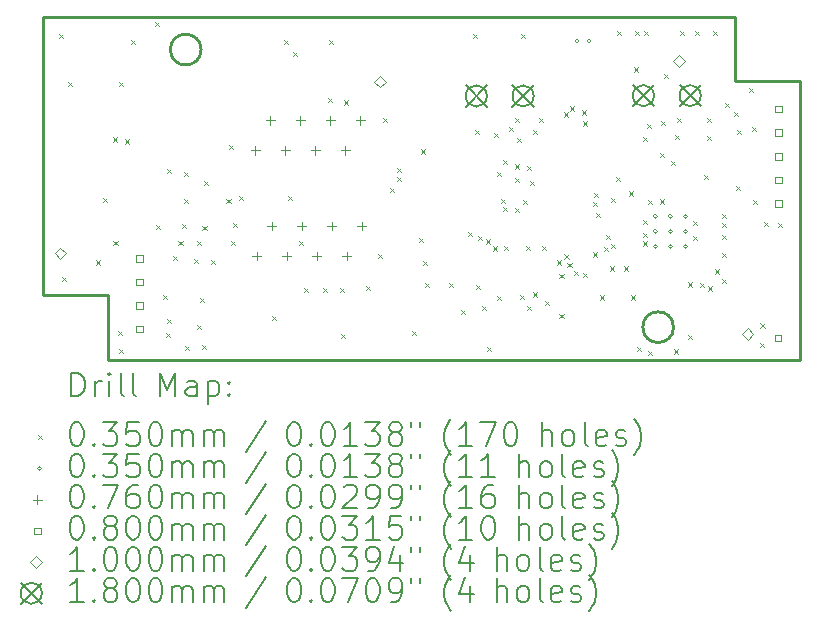
<source format=gbr>
%TF.GenerationSoftware,KiCad,Pcbnew,(7.0.0-0)*%
%TF.CreationDate,2023-02-22T15:19:24+03:00*%
%TF.ProjectId,RP2040_minimal,52503230-3430-45f6-9d69-6e696d616c2e,REV1*%
%TF.SameCoordinates,Original*%
%TF.FileFunction,Drillmap*%
%TF.FilePolarity,Positive*%
%FSLAX45Y45*%
G04 Gerber Fmt 4.5, Leading zero omitted, Abs format (unit mm)*
G04 Created by KiCad (PCBNEW (7.0.0-0)) date 2023-02-22 15:19:24*
%MOMM*%
%LPD*%
G01*
G04 APERTURE LIST*
%ADD10C,0.250000*%
%ADD11C,0.200000*%
%ADD12C,0.035000*%
%ADD13C,0.076000*%
%ADD14C,0.080000*%
%ADD15C,0.100000*%
%ADD16C,0.180000*%
G04 APERTURE END LIST*
D10*
X12759600Y-6799200D02*
X12759600Y-7349200D01*
X18619600Y-4989200D02*
X18619600Y-7349200D01*
X12209600Y-6799200D02*
X12759600Y-6799200D01*
X12209600Y-4439200D02*
X18069600Y-4439200D01*
X12209600Y-6799200D02*
X12209600Y-4439200D01*
X18619600Y-4989200D02*
X18069600Y-4989200D01*
X18619600Y-7349200D02*
X12759600Y-7349200D01*
X18069600Y-4989200D02*
X18069600Y-4439200D01*
X17544600Y-7069200D02*
G75*
G03*
X17544600Y-7069200I-130000J0D01*
G01*
X13544600Y-4719200D02*
G75*
G03*
X13544600Y-4719200I-130000J0D01*
G01*
D11*
D12*
X12344700Y-4588500D02*
X12379700Y-4623500D01*
X12379700Y-4588500D02*
X12344700Y-4623500D01*
X12370100Y-6645900D02*
X12405100Y-6680900D01*
X12405100Y-6645900D02*
X12370100Y-6680900D01*
X12420900Y-4994900D02*
X12455900Y-5029900D01*
X12455900Y-4994900D02*
X12420900Y-5029900D01*
X12652040Y-6503660D02*
X12687040Y-6538660D01*
X12687040Y-6503660D02*
X12652040Y-6538660D01*
X12715540Y-5975340D02*
X12750540Y-6010340D01*
X12750540Y-5975340D02*
X12715540Y-6010340D01*
X12799360Y-5462260D02*
X12834360Y-5497260D01*
X12834360Y-5462260D02*
X12799360Y-5497260D01*
X12803100Y-6341101D02*
X12838100Y-6376101D01*
X12838100Y-6341101D02*
X12803100Y-6376101D01*
X12841100Y-7102340D02*
X12876100Y-7137340D01*
X12876100Y-7102340D02*
X12841100Y-7137340D01*
X12852700Y-4994900D02*
X12887700Y-5029900D01*
X12887700Y-4994900D02*
X12852700Y-5029900D01*
X12852700Y-7255500D02*
X12887700Y-7290500D01*
X12887700Y-7255500D02*
X12852700Y-7290500D01*
X12903500Y-5480040D02*
X12938500Y-5515040D01*
X12938500Y-5480040D02*
X12903500Y-5515040D01*
X12954300Y-4639300D02*
X12989300Y-4674300D01*
X12989300Y-4639300D02*
X12954300Y-4674300D01*
X13157500Y-4486900D02*
X13192500Y-4521900D01*
X13192500Y-4486900D02*
X13157500Y-4521900D01*
X13165100Y-6202340D02*
X13200100Y-6237340D01*
X13200100Y-6202340D02*
X13165100Y-6237340D01*
X13221000Y-6798300D02*
X13256000Y-6833300D01*
X13256000Y-6798300D02*
X13221000Y-6833300D01*
X13246400Y-7115800D02*
X13281400Y-7150800D01*
X13281400Y-7115800D02*
X13246400Y-7150800D01*
X13259100Y-5731500D02*
X13294100Y-5766500D01*
X13294100Y-5731500D02*
X13259100Y-5766500D01*
X13259100Y-7001500D02*
X13294100Y-7036500D01*
X13294100Y-7001500D02*
X13259100Y-7036500D01*
X13309900Y-6468100D02*
X13344900Y-6503100D01*
X13344900Y-6468100D02*
X13309900Y-6503100D01*
X13353600Y-6340840D02*
X13388600Y-6375840D01*
X13388600Y-6340840D02*
X13353600Y-6375840D01*
X13380100Y-6196340D02*
X13415100Y-6231340D01*
X13415100Y-6196340D02*
X13380100Y-6231340D01*
X13396260Y-5754360D02*
X13431260Y-5789360D01*
X13431260Y-5754360D02*
X13396260Y-5789360D01*
X13398800Y-5980420D02*
X13433800Y-6015420D01*
X13433800Y-5980420D02*
X13398800Y-6015420D01*
X13411500Y-7230100D02*
X13446500Y-7265100D01*
X13446500Y-7230100D02*
X13411500Y-7265100D01*
X13487700Y-6493500D02*
X13522700Y-6528500D01*
X13522700Y-6493500D02*
X13487700Y-6528500D01*
X13513100Y-6341100D02*
X13548100Y-6376100D01*
X13548100Y-6341100D02*
X13513100Y-6376100D01*
X13513100Y-7052300D02*
X13548100Y-7087300D01*
X13548100Y-7052300D02*
X13513100Y-7087300D01*
X13538500Y-6823700D02*
X13573500Y-6858700D01*
X13573500Y-6823700D02*
X13538500Y-6858700D01*
X13551200Y-7217400D02*
X13586200Y-7252400D01*
X13586200Y-7217400D02*
X13551200Y-7252400D01*
X13556280Y-6209020D02*
X13591280Y-6244020D01*
X13591280Y-6209020D02*
X13556280Y-6244020D01*
X13571520Y-5828020D02*
X13606520Y-5863020D01*
X13606520Y-5828020D02*
X13571520Y-5863020D01*
X13631100Y-6500340D02*
X13666100Y-6535340D01*
X13666100Y-6500340D02*
X13631100Y-6535340D01*
X13759480Y-5980420D02*
X13794480Y-6015420D01*
X13794480Y-5980420D02*
X13759480Y-6015420D01*
X13777260Y-5525760D02*
X13812260Y-5560760D01*
X13812260Y-5525760D02*
X13777260Y-5560760D01*
X13797580Y-6336020D02*
X13832580Y-6371020D01*
X13832580Y-6336020D02*
X13797580Y-6371020D01*
X13817900Y-6188700D02*
X13852900Y-6223700D01*
X13852900Y-6188700D02*
X13817900Y-6223700D01*
X13868700Y-5960100D02*
X13903700Y-5995100D01*
X13903700Y-5960100D02*
X13868700Y-5995100D01*
X14148100Y-6976100D02*
X14183100Y-7011100D01*
X14183100Y-6976100D02*
X14148100Y-7011100D01*
X14249700Y-4639300D02*
X14284700Y-4674300D01*
X14284700Y-4639300D02*
X14249700Y-4674300D01*
X14282720Y-5957560D02*
X14317720Y-5992560D01*
X14317720Y-5957560D02*
X14282720Y-5992560D01*
X14325900Y-4740900D02*
X14360900Y-4775900D01*
X14360900Y-4740900D02*
X14325900Y-4775900D01*
X14376700Y-6341100D02*
X14411700Y-6376100D01*
X14411700Y-6341100D02*
X14376700Y-6376100D01*
X14414800Y-6734800D02*
X14449800Y-6769800D01*
X14449800Y-6734800D02*
X14414800Y-6769800D01*
X14579900Y-6734800D02*
X14614900Y-6769800D01*
X14614900Y-6734800D02*
X14579900Y-6769800D01*
X14615460Y-5129520D02*
X14650460Y-5164520D01*
X14650460Y-5129520D02*
X14615460Y-5164520D01*
X14630700Y-4639300D02*
X14665700Y-4674300D01*
X14665700Y-4639300D02*
X14630700Y-4674300D01*
X14719600Y-6734800D02*
X14754600Y-6769800D01*
X14754600Y-6734800D02*
X14719600Y-6769800D01*
X14732300Y-7128500D02*
X14767300Y-7163500D01*
X14767300Y-7128500D02*
X14732300Y-7163500D01*
X14755160Y-5149840D02*
X14790160Y-5184840D01*
X14790160Y-5149840D02*
X14755160Y-5184840D01*
X14943120Y-6719560D02*
X14978120Y-6754560D01*
X14978120Y-6719560D02*
X14943120Y-6754560D01*
X15044720Y-6446050D02*
X15079720Y-6481050D01*
X15079720Y-6446050D02*
X15044720Y-6481050D01*
X15087900Y-5299700D02*
X15122900Y-5334700D01*
X15122900Y-5299700D02*
X15087900Y-5334700D01*
X15146320Y-5891520D02*
X15181320Y-5926520D01*
X15181320Y-5891520D02*
X15146320Y-5926520D01*
X15204740Y-5721340D02*
X15239740Y-5756340D01*
X15239740Y-5721340D02*
X15204740Y-5756340D01*
X15206123Y-5800434D02*
X15241123Y-5835434D01*
X15241123Y-5800434D02*
X15206123Y-5835434D01*
X15329200Y-7103100D02*
X15364200Y-7138100D01*
X15364200Y-7103100D02*
X15329200Y-7138100D01*
X15392700Y-6315700D02*
X15427700Y-6350700D01*
X15427700Y-6315700D02*
X15392700Y-6350700D01*
X15402860Y-5563860D02*
X15437860Y-5598860D01*
X15437860Y-5563860D02*
X15402860Y-5598860D01*
X15423180Y-6511280D02*
X15458180Y-6546280D01*
X15458180Y-6511280D02*
X15423180Y-6546280D01*
X15443500Y-6696700D02*
X15478500Y-6731700D01*
X15478500Y-6696700D02*
X15443500Y-6731700D01*
X15646700Y-6696700D02*
X15681700Y-6731700D01*
X15681700Y-6696700D02*
X15646700Y-6731700D01*
X15748300Y-6925300D02*
X15783300Y-6960300D01*
X15783300Y-6925300D02*
X15748300Y-6960300D01*
X15806720Y-6260142D02*
X15841720Y-6295142D01*
X15841720Y-6260142D02*
X15806720Y-6295142D01*
X15849900Y-4588500D02*
X15884900Y-4623500D01*
X15884900Y-4588500D02*
X15849900Y-4623500D01*
X15862600Y-5398760D02*
X15897600Y-5433760D01*
X15897600Y-5398760D02*
X15862600Y-5433760D01*
X15875300Y-6709400D02*
X15910300Y-6744400D01*
X15910300Y-6709400D02*
X15875300Y-6744400D01*
X15888000Y-6295380D02*
X15923000Y-6330380D01*
X15923000Y-6295380D02*
X15888000Y-6330380D01*
X15926100Y-6887200D02*
X15961100Y-6922200D01*
X15961100Y-6887200D02*
X15926100Y-6922200D01*
X15956580Y-6326254D02*
X15991580Y-6361254D01*
X15991580Y-6326254D02*
X15956580Y-6361254D01*
X15964200Y-7237720D02*
X15999200Y-7272720D01*
X15999200Y-7237720D02*
X15964200Y-7272720D01*
X16012460Y-6385210D02*
X16047460Y-6420210D01*
X16047460Y-6385210D02*
X16012460Y-6420210D01*
X16027700Y-5426700D02*
X16062700Y-5461700D01*
X16062700Y-5426700D02*
X16027700Y-5461700D01*
X16053100Y-5756900D02*
X16088100Y-5791900D01*
X16088100Y-5756900D02*
X16053100Y-5791900D01*
X16053100Y-6803380D02*
X16088100Y-6838380D01*
X16088100Y-6803380D02*
X16053100Y-6838380D01*
X16086120Y-5980420D02*
X16121120Y-6015420D01*
X16121120Y-5980420D02*
X16086120Y-6015420D01*
X16103900Y-5655300D02*
X16138900Y-5690300D01*
X16138900Y-5655300D02*
X16103900Y-5690300D01*
X16103900Y-6049000D02*
X16138900Y-6084000D01*
X16138900Y-6049000D02*
X16103900Y-6084000D01*
X16108980Y-6384280D02*
X16143980Y-6419280D01*
X16143980Y-6384280D02*
X16108980Y-6419280D01*
X16154700Y-5375900D02*
X16189700Y-5410900D01*
X16189700Y-5375900D02*
X16154700Y-5410900D01*
X16200420Y-5690860D02*
X16235420Y-5725860D01*
X16235420Y-5690860D02*
X16200420Y-5725860D01*
X16205500Y-5299700D02*
X16240500Y-5334700D01*
X16240500Y-5299700D02*
X16205500Y-5334700D01*
X16205500Y-5807700D02*
X16240500Y-5842700D01*
X16240500Y-5807700D02*
X16205500Y-5842700D01*
X16205500Y-6061700D02*
X16240500Y-6096700D01*
X16240500Y-6061700D02*
X16205500Y-6096700D01*
X16215660Y-5469880D02*
X16250660Y-5504880D01*
X16250660Y-5469880D02*
X16215660Y-5504880D01*
X16241060Y-6795760D02*
X16276060Y-6830760D01*
X16276060Y-6795760D02*
X16241060Y-6830760D01*
X16256300Y-4588500D02*
X16291300Y-4623500D01*
X16291300Y-4588500D02*
X16256300Y-4623500D01*
X16266460Y-5990580D02*
X16301460Y-6025580D01*
X16301460Y-5990580D02*
X16266460Y-6025580D01*
X16291860Y-6384280D02*
X16326860Y-6419280D01*
X16326860Y-6384280D02*
X16291860Y-6419280D01*
X16307100Y-5706100D02*
X16342100Y-5741100D01*
X16342100Y-5706100D02*
X16307100Y-5741100D01*
X16307100Y-6887200D02*
X16342100Y-6922200D01*
X16342100Y-6887200D02*
X16307100Y-6922200D01*
X16327420Y-5828020D02*
X16362420Y-5863020D01*
X16362420Y-5828020D02*
X16327420Y-5863020D01*
X16357900Y-5401300D02*
X16392900Y-5436300D01*
X16392900Y-5401300D02*
X16357900Y-5436300D01*
X16357900Y-6775440D02*
X16392900Y-6810440D01*
X16392900Y-6775440D02*
X16357900Y-6810440D01*
X16408700Y-5299700D02*
X16443700Y-5334700D01*
X16443700Y-5299700D02*
X16408700Y-5334700D01*
X16434100Y-6379200D02*
X16469100Y-6414200D01*
X16469100Y-6379200D02*
X16434100Y-6414200D01*
X16459500Y-6849100D02*
X16494500Y-6884100D01*
X16494500Y-6849100D02*
X16459500Y-6884100D01*
X16556020Y-6503660D02*
X16591020Y-6538660D01*
X16591020Y-6503660D02*
X16556020Y-6538660D01*
X16578880Y-6617960D02*
X16613880Y-6652960D01*
X16613880Y-6617960D02*
X16578880Y-6652960D01*
X16579100Y-6956340D02*
X16614100Y-6991340D01*
X16614100Y-6956340D02*
X16579100Y-6991340D01*
X16614440Y-5251440D02*
X16649440Y-5286440D01*
X16649440Y-5251440D02*
X16614440Y-5286440D01*
X16621714Y-6453127D02*
X16656714Y-6488127D01*
X16656714Y-6453127D02*
X16621714Y-6488127D01*
X16646509Y-6523980D02*
X16681509Y-6558980D01*
X16681509Y-6523980D02*
X16646509Y-6558980D01*
X16670320Y-5200640D02*
X16705320Y-5235640D01*
X16705320Y-5200640D02*
X16670320Y-5235640D01*
X16701459Y-6594248D02*
X16736459Y-6629248D01*
X16736459Y-6594248D02*
X16701459Y-6629248D01*
X16766840Y-5233660D02*
X16801840Y-5268660D01*
X16801840Y-5233660D02*
X16766840Y-5268660D01*
X16774460Y-6611230D02*
X16809460Y-6646230D01*
X16809460Y-6611230D02*
X16774460Y-6646230D01*
X16779540Y-5327640D02*
X16814540Y-5362640D01*
X16814540Y-5327640D02*
X16779540Y-5362640D01*
X16863253Y-6436997D02*
X16898253Y-6471997D01*
X16898253Y-6436997D02*
X16863253Y-6471997D01*
X16864915Y-6009404D02*
X16899915Y-6044404D01*
X16899915Y-6009404D02*
X16864915Y-6044404D01*
X16870980Y-5934700D02*
X16905980Y-5969700D01*
X16905980Y-5934700D02*
X16870980Y-5969700D01*
X16886220Y-6104880D02*
X16921220Y-6139880D01*
X16921220Y-6104880D02*
X16886220Y-6139880D01*
X16920406Y-6800839D02*
X16955406Y-6835839D01*
X16955406Y-6800839D02*
X16920406Y-6835839D01*
X16954800Y-6391900D02*
X16989800Y-6426900D01*
X16989800Y-6391900D02*
X16954800Y-6426900D01*
X16970040Y-6285220D02*
X17005040Y-6320220D01*
X17005040Y-6285220D02*
X16970040Y-6320220D01*
X17005600Y-6554460D02*
X17040600Y-6589460D01*
X17040600Y-6554460D02*
X17005600Y-6589460D01*
X17018300Y-5972800D02*
X17053300Y-6007800D01*
X17053300Y-5972800D02*
X17018300Y-6007800D01*
X17018300Y-6366500D02*
X17053300Y-6401500D01*
X17053300Y-6366500D02*
X17018300Y-6401500D01*
X17058940Y-5800080D02*
X17093940Y-5835080D01*
X17093940Y-5800080D02*
X17058940Y-5835080D01*
X17069100Y-4563100D02*
X17104100Y-4598100D01*
X17104100Y-4563100D02*
X17069100Y-4598100D01*
X17124980Y-6554450D02*
X17159980Y-6589450D01*
X17159980Y-6554450D02*
X17124980Y-6589450D01*
X17165620Y-5919460D02*
X17200620Y-5954460D01*
X17200620Y-5919460D02*
X17165620Y-5954460D01*
X17183400Y-6800840D02*
X17218400Y-6835840D01*
X17218400Y-6800840D02*
X17183400Y-6835840D01*
X17206260Y-4870440D02*
X17241260Y-4905440D01*
X17241260Y-4870440D02*
X17206260Y-4905440D01*
X17221500Y-4563100D02*
X17256500Y-4598100D01*
X17256500Y-4563100D02*
X17221500Y-4598100D01*
X17234200Y-7235180D02*
X17269200Y-7270180D01*
X17269200Y-7235180D02*
X17234200Y-7270180D01*
X17282460Y-5457180D02*
X17317460Y-5492180D01*
X17317460Y-5457180D02*
X17282460Y-5492180D01*
X17282460Y-6343640D02*
X17317460Y-6378640D01*
X17317460Y-6343640D02*
X17282460Y-6378640D01*
X17285000Y-6158220D02*
X17320000Y-6193220D01*
X17320000Y-6158220D02*
X17285000Y-6193220D01*
X17285000Y-6272520D02*
X17320000Y-6307520D01*
X17320000Y-6272520D02*
X17285000Y-6307520D01*
X17297700Y-4563100D02*
X17332700Y-4598100D01*
X17332700Y-4563100D02*
X17297700Y-4598100D01*
X17323100Y-5350500D02*
X17358100Y-5385500D01*
X17358100Y-5350500D02*
X17323100Y-5385500D01*
X17325640Y-7268200D02*
X17360640Y-7303200D01*
X17360640Y-7268200D02*
X17325640Y-7303200D01*
X17326721Y-5992099D02*
X17361721Y-6027099D01*
X17361721Y-5992099D02*
X17326721Y-6027099D01*
X17429780Y-5591800D02*
X17464780Y-5626800D01*
X17464780Y-5591800D02*
X17429780Y-5626800D01*
X17429780Y-5988040D02*
X17464780Y-6023040D01*
X17464780Y-5988040D02*
X17429780Y-6023040D01*
X17434860Y-5322560D02*
X17469860Y-5357560D01*
X17469860Y-5322560D02*
X17434860Y-5357560D01*
X17462800Y-4926320D02*
X17497800Y-4961320D01*
X17497800Y-4926320D02*
X17462800Y-4961320D01*
X17520900Y-5660700D02*
X17555900Y-5695700D01*
X17555900Y-5660700D02*
X17520900Y-5695700D01*
X17546620Y-7258040D02*
X17581620Y-7293040D01*
X17581620Y-7258040D02*
X17546620Y-7293040D01*
X17554240Y-5441940D02*
X17589240Y-5476940D01*
X17589240Y-5441940D02*
X17554240Y-5476940D01*
X17577100Y-5299700D02*
X17612100Y-5334700D01*
X17612100Y-5299700D02*
X17577100Y-5334700D01*
X17602500Y-4563100D02*
X17637500Y-4598100D01*
X17637500Y-4563100D02*
X17602500Y-4598100D01*
X17668540Y-6689970D02*
X17703540Y-6724970D01*
X17703540Y-6689970D02*
X17668540Y-6724970D01*
X17668540Y-7133580D02*
X17703540Y-7168580D01*
X17703540Y-7133580D02*
X17668540Y-7168580D01*
X17709180Y-6295380D02*
X17744180Y-6330380D01*
X17744180Y-6295380D02*
X17709180Y-6330380D01*
X17711720Y-6170920D02*
X17746720Y-6205920D01*
X17746720Y-6170920D02*
X17711720Y-6205920D01*
X17729500Y-4563100D02*
X17764500Y-4598100D01*
X17764500Y-4563100D02*
X17729500Y-4598100D01*
X17765060Y-6691620D02*
X17800060Y-6726620D01*
X17800060Y-6691620D02*
X17765060Y-6726620D01*
X17800620Y-5782300D02*
X17835620Y-5817300D01*
X17835620Y-5782300D02*
X17800620Y-5817300D01*
X17831100Y-5299700D02*
X17866100Y-5334700D01*
X17866100Y-5299700D02*
X17831100Y-5334700D01*
X17831100Y-5452100D02*
X17866100Y-5487100D01*
X17866100Y-5452100D02*
X17831100Y-5487100D01*
X17838720Y-6724079D02*
X17873720Y-6759079D01*
X17873720Y-6724079D02*
X17838720Y-6759079D01*
X17881900Y-4563100D02*
X17916900Y-4598100D01*
X17916900Y-4563100D02*
X17881900Y-4598100D01*
X17892060Y-6579860D02*
X17927060Y-6614860D01*
X17927060Y-6579860D02*
X17892060Y-6614860D01*
X17953020Y-6287760D02*
X17988020Y-6322760D01*
X17988020Y-6287760D02*
X17953020Y-6322760D01*
X17955560Y-6107420D02*
X17990560Y-6142420D01*
X17990560Y-6107420D02*
X17955560Y-6142420D01*
X17958100Y-6188700D02*
X17993100Y-6223700D01*
X17993100Y-6188700D02*
X17958100Y-6223700D01*
X17958100Y-6440160D02*
X17993100Y-6475160D01*
X17993100Y-6440160D02*
X17958100Y-6475160D01*
X17958100Y-6661140D02*
X17993100Y-6696140D01*
X17993100Y-6661140D02*
X17958100Y-6696140D01*
X17980960Y-5170160D02*
X18015960Y-5205160D01*
X18015960Y-5170160D02*
X17980960Y-5205160D01*
X18059700Y-5248900D02*
X18094700Y-5283900D01*
X18094700Y-5248900D02*
X18059700Y-5283900D01*
X18074940Y-5873740D02*
X18109940Y-5908740D01*
X18109940Y-5873740D02*
X18074940Y-5908740D01*
X18085100Y-5401300D02*
X18120100Y-5436300D01*
X18120100Y-5401300D02*
X18085100Y-5436300D01*
X18186700Y-5045700D02*
X18221700Y-5080700D01*
X18221700Y-5045700D02*
X18186700Y-5080700D01*
X18212100Y-5375900D02*
X18247100Y-5410900D01*
X18247100Y-5375900D02*
X18212100Y-5410900D01*
X18219720Y-5993120D02*
X18254720Y-6028120D01*
X18254720Y-5993120D02*
X18219720Y-6028120D01*
X18275600Y-7204700D02*
X18310600Y-7239700D01*
X18310600Y-7204700D02*
X18275600Y-7239700D01*
X18280680Y-7037060D02*
X18315680Y-7072060D01*
X18315680Y-7037060D02*
X18280680Y-7072060D01*
X18313700Y-6176000D02*
X18348700Y-6211000D01*
X18348700Y-6176000D02*
X18313700Y-6211000D01*
X18430540Y-6183620D02*
X18465540Y-6218620D01*
X18465540Y-6183620D02*
X18430540Y-6218620D01*
X16746760Y-4648120D02*
G75*
G03*
X16746760Y-4648120I-17500J0D01*
G01*
X16846760Y-4648120D02*
G75*
G03*
X16846760Y-4648120I-17500J0D01*
G01*
X17408400Y-6129500D02*
G75*
G03*
X17408400Y-6129500I-17500J0D01*
G01*
X17408400Y-6257000D02*
G75*
G03*
X17408400Y-6257000I-17500J0D01*
G01*
X17408400Y-6384500D02*
G75*
G03*
X17408400Y-6384500I-17500J0D01*
G01*
X17535900Y-6129500D02*
G75*
G03*
X17535900Y-6129500I-17500J0D01*
G01*
X17535900Y-6257000D02*
G75*
G03*
X17535900Y-6257000I-17500J0D01*
G01*
X17535900Y-6384500D02*
G75*
G03*
X17535900Y-6384500I-17500J0D01*
G01*
X17663400Y-6129500D02*
G75*
G03*
X17663400Y-6129500I-17500J0D01*
G01*
X17663400Y-6257000D02*
G75*
G03*
X17663400Y-6257000I-17500J0D01*
G01*
X17663400Y-6384500D02*
G75*
G03*
X17663400Y-6384500I-17500J0D01*
G01*
D13*
X14004570Y-5533930D02*
X14004570Y-5609930D01*
X13966570Y-5571930D02*
X14042570Y-5571930D01*
X14014210Y-6428690D02*
X14014210Y-6504690D01*
X13976210Y-6466690D02*
X14052210Y-6466690D01*
X14131570Y-5279930D02*
X14131570Y-5355930D01*
X14093570Y-5317930D02*
X14169570Y-5317930D01*
X14141210Y-6174690D02*
X14141210Y-6250690D01*
X14103210Y-6212690D02*
X14179210Y-6212690D01*
X14258570Y-5533930D02*
X14258570Y-5609930D01*
X14220570Y-5571930D02*
X14296570Y-5571930D01*
X14268210Y-6428690D02*
X14268210Y-6504690D01*
X14230210Y-6466690D02*
X14306210Y-6466690D01*
X14385570Y-5279930D02*
X14385570Y-5355930D01*
X14347570Y-5317930D02*
X14423570Y-5317930D01*
X14395210Y-6174690D02*
X14395210Y-6250690D01*
X14357210Y-6212690D02*
X14433210Y-6212690D01*
X14512570Y-5533930D02*
X14512570Y-5609930D01*
X14474570Y-5571930D02*
X14550570Y-5571930D01*
X14522210Y-6428690D02*
X14522210Y-6504690D01*
X14484210Y-6466690D02*
X14560210Y-6466690D01*
X14639570Y-5279930D02*
X14639570Y-5355930D01*
X14601570Y-5317930D02*
X14677570Y-5317930D01*
X14649210Y-6174690D02*
X14649210Y-6250690D01*
X14611210Y-6212690D02*
X14687210Y-6212690D01*
X14766570Y-5533930D02*
X14766570Y-5609930D01*
X14728570Y-5571930D02*
X14804570Y-5571930D01*
X14776210Y-6428690D02*
X14776210Y-6504690D01*
X14738210Y-6466690D02*
X14814210Y-6466690D01*
X14893570Y-5279930D02*
X14893570Y-5355930D01*
X14855570Y-5317930D02*
X14931570Y-5317930D01*
X14903210Y-6174690D02*
X14903210Y-6250690D01*
X14865210Y-6212690D02*
X14941210Y-6212690D01*
D14*
X13051884Y-6514124D02*
X13051884Y-6457555D01*
X12995315Y-6457555D01*
X12995315Y-6514124D01*
X13051884Y-6514124D01*
X13051884Y-6714124D02*
X13051884Y-6657555D01*
X12995315Y-6657555D01*
X12995315Y-6714124D01*
X13051884Y-6714124D01*
X13051884Y-6914124D02*
X13051884Y-6857555D01*
X12995315Y-6857555D01*
X12995315Y-6914124D01*
X13051884Y-6914124D01*
X13051884Y-7114124D02*
X13051884Y-7057555D01*
X12995315Y-7057555D01*
X12995315Y-7114124D01*
X13051884Y-7114124D01*
X18458545Y-7189524D02*
X18458545Y-7132955D01*
X18401976Y-7132955D01*
X18401976Y-7189524D01*
X18458545Y-7189524D01*
X18461085Y-5250285D02*
X18461085Y-5193716D01*
X18404516Y-5193716D01*
X18404516Y-5250285D01*
X18461085Y-5250285D01*
X18461085Y-5450285D02*
X18461085Y-5393716D01*
X18404516Y-5393716D01*
X18404516Y-5450285D01*
X18461085Y-5450285D01*
X18461085Y-5650284D02*
X18461085Y-5593715D01*
X18404516Y-5593715D01*
X18404516Y-5650284D01*
X18461085Y-5650284D01*
X18461085Y-5850284D02*
X18461085Y-5793715D01*
X18404516Y-5793715D01*
X18404516Y-5850284D01*
X18461085Y-5850284D01*
X18461085Y-6050284D02*
X18461085Y-5993715D01*
X18404516Y-5993715D01*
X18404516Y-6050284D01*
X18461085Y-6050284D01*
D15*
X12354580Y-6494960D02*
X12404580Y-6444960D01*
X12354580Y-6394960D01*
X12304580Y-6444960D01*
X12354580Y-6494960D01*
X15062220Y-5039540D02*
X15112220Y-4989540D01*
X15062220Y-4939540D01*
X15012220Y-4989540D01*
X15062220Y-5039540D01*
X17592060Y-4866820D02*
X17642060Y-4816820D01*
X17592060Y-4766820D01*
X17542060Y-4816820D01*
X17592060Y-4866820D01*
X18171317Y-7174677D02*
X18221317Y-7124677D01*
X18171317Y-7074677D01*
X18121317Y-7124677D01*
X18171317Y-7174677D01*
D16*
X15785140Y-5021540D02*
X15965140Y-5201540D01*
X15965140Y-5021540D02*
X15785140Y-5201540D01*
X15965140Y-5111540D02*
G75*
G03*
X15965140Y-5111540I-90000J0D01*
G01*
X16181140Y-5021540D02*
X16361140Y-5201540D01*
X16361140Y-5021540D02*
X16181140Y-5201540D01*
X16361140Y-5111540D02*
G75*
G03*
X16361140Y-5111540I-90000J0D01*
G01*
X17199800Y-5019000D02*
X17379800Y-5199000D01*
X17379800Y-5019000D02*
X17199800Y-5199000D01*
X17379800Y-5109000D02*
G75*
G03*
X17379800Y-5109000I-90000J0D01*
G01*
X17595800Y-5019000D02*
X17775800Y-5199000D01*
X17775800Y-5019000D02*
X17595800Y-5199000D01*
X17775800Y-5109000D02*
G75*
G03*
X17775800Y-5109000I-90000J0D01*
G01*
D11*
X12444719Y-7655176D02*
X12444719Y-7455176D01*
X12444719Y-7455176D02*
X12492338Y-7455176D01*
X12492338Y-7455176D02*
X12520909Y-7464700D01*
X12520909Y-7464700D02*
X12539957Y-7483748D01*
X12539957Y-7483748D02*
X12549481Y-7502795D01*
X12549481Y-7502795D02*
X12559005Y-7540890D01*
X12559005Y-7540890D02*
X12559005Y-7569462D01*
X12559005Y-7569462D02*
X12549481Y-7607557D01*
X12549481Y-7607557D02*
X12539957Y-7626605D01*
X12539957Y-7626605D02*
X12520909Y-7645652D01*
X12520909Y-7645652D02*
X12492338Y-7655176D01*
X12492338Y-7655176D02*
X12444719Y-7655176D01*
X12644719Y-7655176D02*
X12644719Y-7521843D01*
X12644719Y-7559938D02*
X12654243Y-7540890D01*
X12654243Y-7540890D02*
X12663767Y-7531367D01*
X12663767Y-7531367D02*
X12682814Y-7521843D01*
X12682814Y-7521843D02*
X12701862Y-7521843D01*
X12768528Y-7655176D02*
X12768528Y-7521843D01*
X12768528Y-7455176D02*
X12759005Y-7464700D01*
X12759005Y-7464700D02*
X12768528Y-7474224D01*
X12768528Y-7474224D02*
X12778052Y-7464700D01*
X12778052Y-7464700D02*
X12768528Y-7455176D01*
X12768528Y-7455176D02*
X12768528Y-7474224D01*
X12892338Y-7655176D02*
X12873290Y-7645652D01*
X12873290Y-7645652D02*
X12863767Y-7626605D01*
X12863767Y-7626605D02*
X12863767Y-7455176D01*
X12997100Y-7655176D02*
X12978052Y-7645652D01*
X12978052Y-7645652D02*
X12968528Y-7626605D01*
X12968528Y-7626605D02*
X12968528Y-7455176D01*
X13193290Y-7655176D02*
X13193290Y-7455176D01*
X13193290Y-7455176D02*
X13259957Y-7598033D01*
X13259957Y-7598033D02*
X13326624Y-7455176D01*
X13326624Y-7455176D02*
X13326624Y-7655176D01*
X13507576Y-7655176D02*
X13507576Y-7550414D01*
X13507576Y-7550414D02*
X13498052Y-7531367D01*
X13498052Y-7531367D02*
X13479005Y-7521843D01*
X13479005Y-7521843D02*
X13440909Y-7521843D01*
X13440909Y-7521843D02*
X13421862Y-7531367D01*
X13507576Y-7645652D02*
X13488528Y-7655176D01*
X13488528Y-7655176D02*
X13440909Y-7655176D01*
X13440909Y-7655176D02*
X13421862Y-7645652D01*
X13421862Y-7645652D02*
X13412338Y-7626605D01*
X13412338Y-7626605D02*
X13412338Y-7607557D01*
X13412338Y-7607557D02*
X13421862Y-7588509D01*
X13421862Y-7588509D02*
X13440909Y-7578986D01*
X13440909Y-7578986D02*
X13488528Y-7578986D01*
X13488528Y-7578986D02*
X13507576Y-7569462D01*
X13602814Y-7521843D02*
X13602814Y-7721843D01*
X13602814Y-7531367D02*
X13621862Y-7521843D01*
X13621862Y-7521843D02*
X13659957Y-7521843D01*
X13659957Y-7521843D02*
X13679005Y-7531367D01*
X13679005Y-7531367D02*
X13688528Y-7540890D01*
X13688528Y-7540890D02*
X13698052Y-7559938D01*
X13698052Y-7559938D02*
X13698052Y-7617081D01*
X13698052Y-7617081D02*
X13688528Y-7636128D01*
X13688528Y-7636128D02*
X13679005Y-7645652D01*
X13679005Y-7645652D02*
X13659957Y-7655176D01*
X13659957Y-7655176D02*
X13621862Y-7655176D01*
X13621862Y-7655176D02*
X13602814Y-7645652D01*
X13783767Y-7636128D02*
X13793290Y-7645652D01*
X13793290Y-7645652D02*
X13783767Y-7655176D01*
X13783767Y-7655176D02*
X13774243Y-7645652D01*
X13774243Y-7645652D02*
X13783767Y-7636128D01*
X13783767Y-7636128D02*
X13783767Y-7655176D01*
X13783767Y-7531367D02*
X13793290Y-7540890D01*
X13793290Y-7540890D02*
X13783767Y-7550414D01*
X13783767Y-7550414D02*
X13774243Y-7540890D01*
X13774243Y-7540890D02*
X13783767Y-7531367D01*
X13783767Y-7531367D02*
X13783767Y-7550414D01*
D12*
X12162100Y-7984200D02*
X12197100Y-8019200D01*
X12197100Y-7984200D02*
X12162100Y-8019200D01*
D11*
X12482814Y-7875176D02*
X12501862Y-7875176D01*
X12501862Y-7875176D02*
X12520909Y-7884700D01*
X12520909Y-7884700D02*
X12530433Y-7894224D01*
X12530433Y-7894224D02*
X12539957Y-7913271D01*
X12539957Y-7913271D02*
X12549481Y-7951367D01*
X12549481Y-7951367D02*
X12549481Y-7998986D01*
X12549481Y-7998986D02*
X12539957Y-8037081D01*
X12539957Y-8037081D02*
X12530433Y-8056128D01*
X12530433Y-8056128D02*
X12520909Y-8065652D01*
X12520909Y-8065652D02*
X12501862Y-8075176D01*
X12501862Y-8075176D02*
X12482814Y-8075176D01*
X12482814Y-8075176D02*
X12463767Y-8065652D01*
X12463767Y-8065652D02*
X12454243Y-8056128D01*
X12454243Y-8056128D02*
X12444719Y-8037081D01*
X12444719Y-8037081D02*
X12435195Y-7998986D01*
X12435195Y-7998986D02*
X12435195Y-7951367D01*
X12435195Y-7951367D02*
X12444719Y-7913271D01*
X12444719Y-7913271D02*
X12454243Y-7894224D01*
X12454243Y-7894224D02*
X12463767Y-7884700D01*
X12463767Y-7884700D02*
X12482814Y-7875176D01*
X12635195Y-8056128D02*
X12644719Y-8065652D01*
X12644719Y-8065652D02*
X12635195Y-8075176D01*
X12635195Y-8075176D02*
X12625671Y-8065652D01*
X12625671Y-8065652D02*
X12635195Y-8056128D01*
X12635195Y-8056128D02*
X12635195Y-8075176D01*
X12711386Y-7875176D02*
X12835195Y-7875176D01*
X12835195Y-7875176D02*
X12768528Y-7951367D01*
X12768528Y-7951367D02*
X12797100Y-7951367D01*
X12797100Y-7951367D02*
X12816148Y-7960890D01*
X12816148Y-7960890D02*
X12825671Y-7970414D01*
X12825671Y-7970414D02*
X12835195Y-7989462D01*
X12835195Y-7989462D02*
X12835195Y-8037081D01*
X12835195Y-8037081D02*
X12825671Y-8056128D01*
X12825671Y-8056128D02*
X12816148Y-8065652D01*
X12816148Y-8065652D02*
X12797100Y-8075176D01*
X12797100Y-8075176D02*
X12739957Y-8075176D01*
X12739957Y-8075176D02*
X12720909Y-8065652D01*
X12720909Y-8065652D02*
X12711386Y-8056128D01*
X13016148Y-7875176D02*
X12920909Y-7875176D01*
X12920909Y-7875176D02*
X12911386Y-7970414D01*
X12911386Y-7970414D02*
X12920909Y-7960890D01*
X12920909Y-7960890D02*
X12939957Y-7951367D01*
X12939957Y-7951367D02*
X12987576Y-7951367D01*
X12987576Y-7951367D02*
X13006624Y-7960890D01*
X13006624Y-7960890D02*
X13016148Y-7970414D01*
X13016148Y-7970414D02*
X13025671Y-7989462D01*
X13025671Y-7989462D02*
X13025671Y-8037081D01*
X13025671Y-8037081D02*
X13016148Y-8056128D01*
X13016148Y-8056128D02*
X13006624Y-8065652D01*
X13006624Y-8065652D02*
X12987576Y-8075176D01*
X12987576Y-8075176D02*
X12939957Y-8075176D01*
X12939957Y-8075176D02*
X12920909Y-8065652D01*
X12920909Y-8065652D02*
X12911386Y-8056128D01*
X13149481Y-7875176D02*
X13168529Y-7875176D01*
X13168529Y-7875176D02*
X13187576Y-7884700D01*
X13187576Y-7884700D02*
X13197100Y-7894224D01*
X13197100Y-7894224D02*
X13206624Y-7913271D01*
X13206624Y-7913271D02*
X13216148Y-7951367D01*
X13216148Y-7951367D02*
X13216148Y-7998986D01*
X13216148Y-7998986D02*
X13206624Y-8037081D01*
X13206624Y-8037081D02*
X13197100Y-8056128D01*
X13197100Y-8056128D02*
X13187576Y-8065652D01*
X13187576Y-8065652D02*
X13168529Y-8075176D01*
X13168529Y-8075176D02*
X13149481Y-8075176D01*
X13149481Y-8075176D02*
X13130433Y-8065652D01*
X13130433Y-8065652D02*
X13120909Y-8056128D01*
X13120909Y-8056128D02*
X13111386Y-8037081D01*
X13111386Y-8037081D02*
X13101862Y-7998986D01*
X13101862Y-7998986D02*
X13101862Y-7951367D01*
X13101862Y-7951367D02*
X13111386Y-7913271D01*
X13111386Y-7913271D02*
X13120909Y-7894224D01*
X13120909Y-7894224D02*
X13130433Y-7884700D01*
X13130433Y-7884700D02*
X13149481Y-7875176D01*
X13301862Y-8075176D02*
X13301862Y-7941843D01*
X13301862Y-7960890D02*
X13311386Y-7951367D01*
X13311386Y-7951367D02*
X13330433Y-7941843D01*
X13330433Y-7941843D02*
X13359005Y-7941843D01*
X13359005Y-7941843D02*
X13378052Y-7951367D01*
X13378052Y-7951367D02*
X13387576Y-7970414D01*
X13387576Y-7970414D02*
X13387576Y-8075176D01*
X13387576Y-7970414D02*
X13397100Y-7951367D01*
X13397100Y-7951367D02*
X13416148Y-7941843D01*
X13416148Y-7941843D02*
X13444719Y-7941843D01*
X13444719Y-7941843D02*
X13463767Y-7951367D01*
X13463767Y-7951367D02*
X13473290Y-7970414D01*
X13473290Y-7970414D02*
X13473290Y-8075176D01*
X13568529Y-8075176D02*
X13568529Y-7941843D01*
X13568529Y-7960890D02*
X13578052Y-7951367D01*
X13578052Y-7951367D02*
X13597100Y-7941843D01*
X13597100Y-7941843D02*
X13625671Y-7941843D01*
X13625671Y-7941843D02*
X13644719Y-7951367D01*
X13644719Y-7951367D02*
X13654243Y-7970414D01*
X13654243Y-7970414D02*
X13654243Y-8075176D01*
X13654243Y-7970414D02*
X13663767Y-7951367D01*
X13663767Y-7951367D02*
X13682814Y-7941843D01*
X13682814Y-7941843D02*
X13711386Y-7941843D01*
X13711386Y-7941843D02*
X13730433Y-7951367D01*
X13730433Y-7951367D02*
X13739957Y-7970414D01*
X13739957Y-7970414D02*
X13739957Y-8075176D01*
X14098052Y-7865652D02*
X13926624Y-8122795D01*
X14322814Y-7875176D02*
X14341862Y-7875176D01*
X14341862Y-7875176D02*
X14360910Y-7884700D01*
X14360910Y-7884700D02*
X14370433Y-7894224D01*
X14370433Y-7894224D02*
X14379957Y-7913271D01*
X14379957Y-7913271D02*
X14389481Y-7951367D01*
X14389481Y-7951367D02*
X14389481Y-7998986D01*
X14389481Y-7998986D02*
X14379957Y-8037081D01*
X14379957Y-8037081D02*
X14370433Y-8056128D01*
X14370433Y-8056128D02*
X14360910Y-8065652D01*
X14360910Y-8065652D02*
X14341862Y-8075176D01*
X14341862Y-8075176D02*
X14322814Y-8075176D01*
X14322814Y-8075176D02*
X14303767Y-8065652D01*
X14303767Y-8065652D02*
X14294243Y-8056128D01*
X14294243Y-8056128D02*
X14284719Y-8037081D01*
X14284719Y-8037081D02*
X14275195Y-7998986D01*
X14275195Y-7998986D02*
X14275195Y-7951367D01*
X14275195Y-7951367D02*
X14284719Y-7913271D01*
X14284719Y-7913271D02*
X14294243Y-7894224D01*
X14294243Y-7894224D02*
X14303767Y-7884700D01*
X14303767Y-7884700D02*
X14322814Y-7875176D01*
X14475195Y-8056128D02*
X14484719Y-8065652D01*
X14484719Y-8065652D02*
X14475195Y-8075176D01*
X14475195Y-8075176D02*
X14465671Y-8065652D01*
X14465671Y-8065652D02*
X14475195Y-8056128D01*
X14475195Y-8056128D02*
X14475195Y-8075176D01*
X14608529Y-7875176D02*
X14627576Y-7875176D01*
X14627576Y-7875176D02*
X14646624Y-7884700D01*
X14646624Y-7884700D02*
X14656148Y-7894224D01*
X14656148Y-7894224D02*
X14665671Y-7913271D01*
X14665671Y-7913271D02*
X14675195Y-7951367D01*
X14675195Y-7951367D02*
X14675195Y-7998986D01*
X14675195Y-7998986D02*
X14665671Y-8037081D01*
X14665671Y-8037081D02*
X14656148Y-8056128D01*
X14656148Y-8056128D02*
X14646624Y-8065652D01*
X14646624Y-8065652D02*
X14627576Y-8075176D01*
X14627576Y-8075176D02*
X14608529Y-8075176D01*
X14608529Y-8075176D02*
X14589481Y-8065652D01*
X14589481Y-8065652D02*
X14579957Y-8056128D01*
X14579957Y-8056128D02*
X14570433Y-8037081D01*
X14570433Y-8037081D02*
X14560910Y-7998986D01*
X14560910Y-7998986D02*
X14560910Y-7951367D01*
X14560910Y-7951367D02*
X14570433Y-7913271D01*
X14570433Y-7913271D02*
X14579957Y-7894224D01*
X14579957Y-7894224D02*
X14589481Y-7884700D01*
X14589481Y-7884700D02*
X14608529Y-7875176D01*
X14865671Y-8075176D02*
X14751386Y-8075176D01*
X14808529Y-8075176D02*
X14808529Y-7875176D01*
X14808529Y-7875176D02*
X14789481Y-7903748D01*
X14789481Y-7903748D02*
X14770433Y-7922795D01*
X14770433Y-7922795D02*
X14751386Y-7932319D01*
X14932338Y-7875176D02*
X15056148Y-7875176D01*
X15056148Y-7875176D02*
X14989481Y-7951367D01*
X14989481Y-7951367D02*
X15018052Y-7951367D01*
X15018052Y-7951367D02*
X15037100Y-7960890D01*
X15037100Y-7960890D02*
X15046624Y-7970414D01*
X15046624Y-7970414D02*
X15056148Y-7989462D01*
X15056148Y-7989462D02*
X15056148Y-8037081D01*
X15056148Y-8037081D02*
X15046624Y-8056128D01*
X15046624Y-8056128D02*
X15037100Y-8065652D01*
X15037100Y-8065652D02*
X15018052Y-8075176D01*
X15018052Y-8075176D02*
X14960910Y-8075176D01*
X14960910Y-8075176D02*
X14941862Y-8065652D01*
X14941862Y-8065652D02*
X14932338Y-8056128D01*
X15170433Y-7960890D02*
X15151386Y-7951367D01*
X15151386Y-7951367D02*
X15141862Y-7941843D01*
X15141862Y-7941843D02*
X15132338Y-7922795D01*
X15132338Y-7922795D02*
X15132338Y-7913271D01*
X15132338Y-7913271D02*
X15141862Y-7894224D01*
X15141862Y-7894224D02*
X15151386Y-7884700D01*
X15151386Y-7884700D02*
X15170433Y-7875176D01*
X15170433Y-7875176D02*
X15208529Y-7875176D01*
X15208529Y-7875176D02*
X15227576Y-7884700D01*
X15227576Y-7884700D02*
X15237100Y-7894224D01*
X15237100Y-7894224D02*
X15246624Y-7913271D01*
X15246624Y-7913271D02*
X15246624Y-7922795D01*
X15246624Y-7922795D02*
X15237100Y-7941843D01*
X15237100Y-7941843D02*
X15227576Y-7951367D01*
X15227576Y-7951367D02*
X15208529Y-7960890D01*
X15208529Y-7960890D02*
X15170433Y-7960890D01*
X15170433Y-7960890D02*
X15151386Y-7970414D01*
X15151386Y-7970414D02*
X15141862Y-7979938D01*
X15141862Y-7979938D02*
X15132338Y-7998986D01*
X15132338Y-7998986D02*
X15132338Y-8037081D01*
X15132338Y-8037081D02*
X15141862Y-8056128D01*
X15141862Y-8056128D02*
X15151386Y-8065652D01*
X15151386Y-8065652D02*
X15170433Y-8075176D01*
X15170433Y-8075176D02*
X15208529Y-8075176D01*
X15208529Y-8075176D02*
X15227576Y-8065652D01*
X15227576Y-8065652D02*
X15237100Y-8056128D01*
X15237100Y-8056128D02*
X15246624Y-8037081D01*
X15246624Y-8037081D02*
X15246624Y-7998986D01*
X15246624Y-7998986D02*
X15237100Y-7979938D01*
X15237100Y-7979938D02*
X15227576Y-7970414D01*
X15227576Y-7970414D02*
X15208529Y-7960890D01*
X15322814Y-7875176D02*
X15322814Y-7913271D01*
X15399005Y-7875176D02*
X15399005Y-7913271D01*
X15661862Y-8151367D02*
X15652338Y-8141843D01*
X15652338Y-8141843D02*
X15633291Y-8113271D01*
X15633291Y-8113271D02*
X15623767Y-8094224D01*
X15623767Y-8094224D02*
X15614243Y-8065652D01*
X15614243Y-8065652D02*
X15604719Y-8018033D01*
X15604719Y-8018033D02*
X15604719Y-7979938D01*
X15604719Y-7979938D02*
X15614243Y-7932319D01*
X15614243Y-7932319D02*
X15623767Y-7903748D01*
X15623767Y-7903748D02*
X15633291Y-7884700D01*
X15633291Y-7884700D02*
X15652338Y-7856128D01*
X15652338Y-7856128D02*
X15661862Y-7846605D01*
X15842814Y-8075176D02*
X15728529Y-8075176D01*
X15785671Y-8075176D02*
X15785671Y-7875176D01*
X15785671Y-7875176D02*
X15766624Y-7903748D01*
X15766624Y-7903748D02*
X15747576Y-7922795D01*
X15747576Y-7922795D02*
X15728529Y-7932319D01*
X15909481Y-7875176D02*
X16042814Y-7875176D01*
X16042814Y-7875176D02*
X15957100Y-8075176D01*
X16157100Y-7875176D02*
X16176148Y-7875176D01*
X16176148Y-7875176D02*
X16195195Y-7884700D01*
X16195195Y-7884700D02*
X16204719Y-7894224D01*
X16204719Y-7894224D02*
X16214243Y-7913271D01*
X16214243Y-7913271D02*
X16223767Y-7951367D01*
X16223767Y-7951367D02*
X16223767Y-7998986D01*
X16223767Y-7998986D02*
X16214243Y-8037081D01*
X16214243Y-8037081D02*
X16204719Y-8056128D01*
X16204719Y-8056128D02*
X16195195Y-8065652D01*
X16195195Y-8065652D02*
X16176148Y-8075176D01*
X16176148Y-8075176D02*
X16157100Y-8075176D01*
X16157100Y-8075176D02*
X16138052Y-8065652D01*
X16138052Y-8065652D02*
X16128529Y-8056128D01*
X16128529Y-8056128D02*
X16119005Y-8037081D01*
X16119005Y-8037081D02*
X16109481Y-7998986D01*
X16109481Y-7998986D02*
X16109481Y-7951367D01*
X16109481Y-7951367D02*
X16119005Y-7913271D01*
X16119005Y-7913271D02*
X16128529Y-7894224D01*
X16128529Y-7894224D02*
X16138052Y-7884700D01*
X16138052Y-7884700D02*
X16157100Y-7875176D01*
X16429481Y-8075176D02*
X16429481Y-7875176D01*
X16515195Y-8075176D02*
X16515195Y-7970414D01*
X16515195Y-7970414D02*
X16505672Y-7951367D01*
X16505672Y-7951367D02*
X16486624Y-7941843D01*
X16486624Y-7941843D02*
X16458052Y-7941843D01*
X16458052Y-7941843D02*
X16439005Y-7951367D01*
X16439005Y-7951367D02*
X16429481Y-7960890D01*
X16639005Y-8075176D02*
X16619957Y-8065652D01*
X16619957Y-8065652D02*
X16610433Y-8056128D01*
X16610433Y-8056128D02*
X16600910Y-8037081D01*
X16600910Y-8037081D02*
X16600910Y-7979938D01*
X16600910Y-7979938D02*
X16610433Y-7960890D01*
X16610433Y-7960890D02*
X16619957Y-7951367D01*
X16619957Y-7951367D02*
X16639005Y-7941843D01*
X16639005Y-7941843D02*
X16667576Y-7941843D01*
X16667576Y-7941843D02*
X16686624Y-7951367D01*
X16686624Y-7951367D02*
X16696148Y-7960890D01*
X16696148Y-7960890D02*
X16705672Y-7979938D01*
X16705672Y-7979938D02*
X16705672Y-8037081D01*
X16705672Y-8037081D02*
X16696148Y-8056128D01*
X16696148Y-8056128D02*
X16686624Y-8065652D01*
X16686624Y-8065652D02*
X16667576Y-8075176D01*
X16667576Y-8075176D02*
X16639005Y-8075176D01*
X16819957Y-8075176D02*
X16800910Y-8065652D01*
X16800910Y-8065652D02*
X16791386Y-8046605D01*
X16791386Y-8046605D02*
X16791386Y-7875176D01*
X16972338Y-8065652D02*
X16953291Y-8075176D01*
X16953291Y-8075176D02*
X16915195Y-8075176D01*
X16915195Y-8075176D02*
X16896148Y-8065652D01*
X16896148Y-8065652D02*
X16886624Y-8046605D01*
X16886624Y-8046605D02*
X16886624Y-7970414D01*
X16886624Y-7970414D02*
X16896148Y-7951367D01*
X16896148Y-7951367D02*
X16915195Y-7941843D01*
X16915195Y-7941843D02*
X16953291Y-7941843D01*
X16953291Y-7941843D02*
X16972338Y-7951367D01*
X16972338Y-7951367D02*
X16981862Y-7970414D01*
X16981862Y-7970414D02*
X16981862Y-7989462D01*
X16981862Y-7989462D02*
X16886624Y-8008509D01*
X17058053Y-8065652D02*
X17077100Y-8075176D01*
X17077100Y-8075176D02*
X17115195Y-8075176D01*
X17115195Y-8075176D02*
X17134243Y-8065652D01*
X17134243Y-8065652D02*
X17143767Y-8046605D01*
X17143767Y-8046605D02*
X17143767Y-8037081D01*
X17143767Y-8037081D02*
X17134243Y-8018033D01*
X17134243Y-8018033D02*
X17115195Y-8008509D01*
X17115195Y-8008509D02*
X17086624Y-8008509D01*
X17086624Y-8008509D02*
X17067576Y-7998986D01*
X17067576Y-7998986D02*
X17058053Y-7979938D01*
X17058053Y-7979938D02*
X17058053Y-7970414D01*
X17058053Y-7970414D02*
X17067576Y-7951367D01*
X17067576Y-7951367D02*
X17086624Y-7941843D01*
X17086624Y-7941843D02*
X17115195Y-7941843D01*
X17115195Y-7941843D02*
X17134243Y-7951367D01*
X17210434Y-8151367D02*
X17219957Y-8141843D01*
X17219957Y-8141843D02*
X17239005Y-8113271D01*
X17239005Y-8113271D02*
X17248529Y-8094224D01*
X17248529Y-8094224D02*
X17258053Y-8065652D01*
X17258053Y-8065652D02*
X17267576Y-8018033D01*
X17267576Y-8018033D02*
X17267576Y-7979938D01*
X17267576Y-7979938D02*
X17258053Y-7932319D01*
X17258053Y-7932319D02*
X17248529Y-7903748D01*
X17248529Y-7903748D02*
X17239005Y-7884700D01*
X17239005Y-7884700D02*
X17219957Y-7856128D01*
X17219957Y-7856128D02*
X17210434Y-7846605D01*
D12*
X12197100Y-8265700D02*
G75*
G03*
X12197100Y-8265700I-17500J0D01*
G01*
D11*
X12482814Y-8139176D02*
X12501862Y-8139176D01*
X12501862Y-8139176D02*
X12520909Y-8148700D01*
X12520909Y-8148700D02*
X12530433Y-8158224D01*
X12530433Y-8158224D02*
X12539957Y-8177271D01*
X12539957Y-8177271D02*
X12549481Y-8215367D01*
X12549481Y-8215367D02*
X12549481Y-8262986D01*
X12549481Y-8262986D02*
X12539957Y-8301081D01*
X12539957Y-8301081D02*
X12530433Y-8320128D01*
X12530433Y-8320128D02*
X12520909Y-8329652D01*
X12520909Y-8329652D02*
X12501862Y-8339176D01*
X12501862Y-8339176D02*
X12482814Y-8339176D01*
X12482814Y-8339176D02*
X12463767Y-8329652D01*
X12463767Y-8329652D02*
X12454243Y-8320128D01*
X12454243Y-8320128D02*
X12444719Y-8301081D01*
X12444719Y-8301081D02*
X12435195Y-8262986D01*
X12435195Y-8262986D02*
X12435195Y-8215367D01*
X12435195Y-8215367D02*
X12444719Y-8177271D01*
X12444719Y-8177271D02*
X12454243Y-8158224D01*
X12454243Y-8158224D02*
X12463767Y-8148700D01*
X12463767Y-8148700D02*
X12482814Y-8139176D01*
X12635195Y-8320128D02*
X12644719Y-8329652D01*
X12644719Y-8329652D02*
X12635195Y-8339176D01*
X12635195Y-8339176D02*
X12625671Y-8329652D01*
X12625671Y-8329652D02*
X12635195Y-8320128D01*
X12635195Y-8320128D02*
X12635195Y-8339176D01*
X12711386Y-8139176D02*
X12835195Y-8139176D01*
X12835195Y-8139176D02*
X12768528Y-8215367D01*
X12768528Y-8215367D02*
X12797100Y-8215367D01*
X12797100Y-8215367D02*
X12816148Y-8224890D01*
X12816148Y-8224890D02*
X12825671Y-8234414D01*
X12825671Y-8234414D02*
X12835195Y-8253462D01*
X12835195Y-8253462D02*
X12835195Y-8301081D01*
X12835195Y-8301081D02*
X12825671Y-8320128D01*
X12825671Y-8320128D02*
X12816148Y-8329652D01*
X12816148Y-8329652D02*
X12797100Y-8339176D01*
X12797100Y-8339176D02*
X12739957Y-8339176D01*
X12739957Y-8339176D02*
X12720909Y-8329652D01*
X12720909Y-8329652D02*
X12711386Y-8320128D01*
X13016148Y-8139176D02*
X12920909Y-8139176D01*
X12920909Y-8139176D02*
X12911386Y-8234414D01*
X12911386Y-8234414D02*
X12920909Y-8224890D01*
X12920909Y-8224890D02*
X12939957Y-8215367D01*
X12939957Y-8215367D02*
X12987576Y-8215367D01*
X12987576Y-8215367D02*
X13006624Y-8224890D01*
X13006624Y-8224890D02*
X13016148Y-8234414D01*
X13016148Y-8234414D02*
X13025671Y-8253462D01*
X13025671Y-8253462D02*
X13025671Y-8301081D01*
X13025671Y-8301081D02*
X13016148Y-8320128D01*
X13016148Y-8320128D02*
X13006624Y-8329652D01*
X13006624Y-8329652D02*
X12987576Y-8339176D01*
X12987576Y-8339176D02*
X12939957Y-8339176D01*
X12939957Y-8339176D02*
X12920909Y-8329652D01*
X12920909Y-8329652D02*
X12911386Y-8320128D01*
X13149481Y-8139176D02*
X13168529Y-8139176D01*
X13168529Y-8139176D02*
X13187576Y-8148700D01*
X13187576Y-8148700D02*
X13197100Y-8158224D01*
X13197100Y-8158224D02*
X13206624Y-8177271D01*
X13206624Y-8177271D02*
X13216148Y-8215367D01*
X13216148Y-8215367D02*
X13216148Y-8262986D01*
X13216148Y-8262986D02*
X13206624Y-8301081D01*
X13206624Y-8301081D02*
X13197100Y-8320128D01*
X13197100Y-8320128D02*
X13187576Y-8329652D01*
X13187576Y-8329652D02*
X13168529Y-8339176D01*
X13168529Y-8339176D02*
X13149481Y-8339176D01*
X13149481Y-8339176D02*
X13130433Y-8329652D01*
X13130433Y-8329652D02*
X13120909Y-8320128D01*
X13120909Y-8320128D02*
X13111386Y-8301081D01*
X13111386Y-8301081D02*
X13101862Y-8262986D01*
X13101862Y-8262986D02*
X13101862Y-8215367D01*
X13101862Y-8215367D02*
X13111386Y-8177271D01*
X13111386Y-8177271D02*
X13120909Y-8158224D01*
X13120909Y-8158224D02*
X13130433Y-8148700D01*
X13130433Y-8148700D02*
X13149481Y-8139176D01*
X13301862Y-8339176D02*
X13301862Y-8205843D01*
X13301862Y-8224890D02*
X13311386Y-8215367D01*
X13311386Y-8215367D02*
X13330433Y-8205843D01*
X13330433Y-8205843D02*
X13359005Y-8205843D01*
X13359005Y-8205843D02*
X13378052Y-8215367D01*
X13378052Y-8215367D02*
X13387576Y-8234414D01*
X13387576Y-8234414D02*
X13387576Y-8339176D01*
X13387576Y-8234414D02*
X13397100Y-8215367D01*
X13397100Y-8215367D02*
X13416148Y-8205843D01*
X13416148Y-8205843D02*
X13444719Y-8205843D01*
X13444719Y-8205843D02*
X13463767Y-8215367D01*
X13463767Y-8215367D02*
X13473290Y-8234414D01*
X13473290Y-8234414D02*
X13473290Y-8339176D01*
X13568529Y-8339176D02*
X13568529Y-8205843D01*
X13568529Y-8224890D02*
X13578052Y-8215367D01*
X13578052Y-8215367D02*
X13597100Y-8205843D01*
X13597100Y-8205843D02*
X13625671Y-8205843D01*
X13625671Y-8205843D02*
X13644719Y-8215367D01*
X13644719Y-8215367D02*
X13654243Y-8234414D01*
X13654243Y-8234414D02*
X13654243Y-8339176D01*
X13654243Y-8234414D02*
X13663767Y-8215367D01*
X13663767Y-8215367D02*
X13682814Y-8205843D01*
X13682814Y-8205843D02*
X13711386Y-8205843D01*
X13711386Y-8205843D02*
X13730433Y-8215367D01*
X13730433Y-8215367D02*
X13739957Y-8234414D01*
X13739957Y-8234414D02*
X13739957Y-8339176D01*
X14098052Y-8129652D02*
X13926624Y-8386795D01*
X14322814Y-8139176D02*
X14341862Y-8139176D01*
X14341862Y-8139176D02*
X14360910Y-8148700D01*
X14360910Y-8148700D02*
X14370433Y-8158224D01*
X14370433Y-8158224D02*
X14379957Y-8177271D01*
X14379957Y-8177271D02*
X14389481Y-8215367D01*
X14389481Y-8215367D02*
X14389481Y-8262986D01*
X14389481Y-8262986D02*
X14379957Y-8301081D01*
X14379957Y-8301081D02*
X14370433Y-8320128D01*
X14370433Y-8320128D02*
X14360910Y-8329652D01*
X14360910Y-8329652D02*
X14341862Y-8339176D01*
X14341862Y-8339176D02*
X14322814Y-8339176D01*
X14322814Y-8339176D02*
X14303767Y-8329652D01*
X14303767Y-8329652D02*
X14294243Y-8320128D01*
X14294243Y-8320128D02*
X14284719Y-8301081D01*
X14284719Y-8301081D02*
X14275195Y-8262986D01*
X14275195Y-8262986D02*
X14275195Y-8215367D01*
X14275195Y-8215367D02*
X14284719Y-8177271D01*
X14284719Y-8177271D02*
X14294243Y-8158224D01*
X14294243Y-8158224D02*
X14303767Y-8148700D01*
X14303767Y-8148700D02*
X14322814Y-8139176D01*
X14475195Y-8320128D02*
X14484719Y-8329652D01*
X14484719Y-8329652D02*
X14475195Y-8339176D01*
X14475195Y-8339176D02*
X14465671Y-8329652D01*
X14465671Y-8329652D02*
X14475195Y-8320128D01*
X14475195Y-8320128D02*
X14475195Y-8339176D01*
X14608529Y-8139176D02*
X14627576Y-8139176D01*
X14627576Y-8139176D02*
X14646624Y-8148700D01*
X14646624Y-8148700D02*
X14656148Y-8158224D01*
X14656148Y-8158224D02*
X14665671Y-8177271D01*
X14665671Y-8177271D02*
X14675195Y-8215367D01*
X14675195Y-8215367D02*
X14675195Y-8262986D01*
X14675195Y-8262986D02*
X14665671Y-8301081D01*
X14665671Y-8301081D02*
X14656148Y-8320128D01*
X14656148Y-8320128D02*
X14646624Y-8329652D01*
X14646624Y-8329652D02*
X14627576Y-8339176D01*
X14627576Y-8339176D02*
X14608529Y-8339176D01*
X14608529Y-8339176D02*
X14589481Y-8329652D01*
X14589481Y-8329652D02*
X14579957Y-8320128D01*
X14579957Y-8320128D02*
X14570433Y-8301081D01*
X14570433Y-8301081D02*
X14560910Y-8262986D01*
X14560910Y-8262986D02*
X14560910Y-8215367D01*
X14560910Y-8215367D02*
X14570433Y-8177271D01*
X14570433Y-8177271D02*
X14579957Y-8158224D01*
X14579957Y-8158224D02*
X14589481Y-8148700D01*
X14589481Y-8148700D02*
X14608529Y-8139176D01*
X14865671Y-8339176D02*
X14751386Y-8339176D01*
X14808529Y-8339176D02*
X14808529Y-8139176D01*
X14808529Y-8139176D02*
X14789481Y-8167748D01*
X14789481Y-8167748D02*
X14770433Y-8186795D01*
X14770433Y-8186795D02*
X14751386Y-8196319D01*
X14932338Y-8139176D02*
X15056148Y-8139176D01*
X15056148Y-8139176D02*
X14989481Y-8215367D01*
X14989481Y-8215367D02*
X15018052Y-8215367D01*
X15018052Y-8215367D02*
X15037100Y-8224890D01*
X15037100Y-8224890D02*
X15046624Y-8234414D01*
X15046624Y-8234414D02*
X15056148Y-8253462D01*
X15056148Y-8253462D02*
X15056148Y-8301081D01*
X15056148Y-8301081D02*
X15046624Y-8320128D01*
X15046624Y-8320128D02*
X15037100Y-8329652D01*
X15037100Y-8329652D02*
X15018052Y-8339176D01*
X15018052Y-8339176D02*
X14960910Y-8339176D01*
X14960910Y-8339176D02*
X14941862Y-8329652D01*
X14941862Y-8329652D02*
X14932338Y-8320128D01*
X15170433Y-8224890D02*
X15151386Y-8215367D01*
X15151386Y-8215367D02*
X15141862Y-8205843D01*
X15141862Y-8205843D02*
X15132338Y-8186795D01*
X15132338Y-8186795D02*
X15132338Y-8177271D01*
X15132338Y-8177271D02*
X15141862Y-8158224D01*
X15141862Y-8158224D02*
X15151386Y-8148700D01*
X15151386Y-8148700D02*
X15170433Y-8139176D01*
X15170433Y-8139176D02*
X15208529Y-8139176D01*
X15208529Y-8139176D02*
X15227576Y-8148700D01*
X15227576Y-8148700D02*
X15237100Y-8158224D01*
X15237100Y-8158224D02*
X15246624Y-8177271D01*
X15246624Y-8177271D02*
X15246624Y-8186795D01*
X15246624Y-8186795D02*
X15237100Y-8205843D01*
X15237100Y-8205843D02*
X15227576Y-8215367D01*
X15227576Y-8215367D02*
X15208529Y-8224890D01*
X15208529Y-8224890D02*
X15170433Y-8224890D01*
X15170433Y-8224890D02*
X15151386Y-8234414D01*
X15151386Y-8234414D02*
X15141862Y-8243938D01*
X15141862Y-8243938D02*
X15132338Y-8262986D01*
X15132338Y-8262986D02*
X15132338Y-8301081D01*
X15132338Y-8301081D02*
X15141862Y-8320128D01*
X15141862Y-8320128D02*
X15151386Y-8329652D01*
X15151386Y-8329652D02*
X15170433Y-8339176D01*
X15170433Y-8339176D02*
X15208529Y-8339176D01*
X15208529Y-8339176D02*
X15227576Y-8329652D01*
X15227576Y-8329652D02*
X15237100Y-8320128D01*
X15237100Y-8320128D02*
X15246624Y-8301081D01*
X15246624Y-8301081D02*
X15246624Y-8262986D01*
X15246624Y-8262986D02*
X15237100Y-8243938D01*
X15237100Y-8243938D02*
X15227576Y-8234414D01*
X15227576Y-8234414D02*
X15208529Y-8224890D01*
X15322814Y-8139176D02*
X15322814Y-8177271D01*
X15399005Y-8139176D02*
X15399005Y-8177271D01*
X15661862Y-8415367D02*
X15652338Y-8405843D01*
X15652338Y-8405843D02*
X15633291Y-8377271D01*
X15633291Y-8377271D02*
X15623767Y-8358224D01*
X15623767Y-8358224D02*
X15614243Y-8329652D01*
X15614243Y-8329652D02*
X15604719Y-8282033D01*
X15604719Y-8282033D02*
X15604719Y-8243938D01*
X15604719Y-8243938D02*
X15614243Y-8196319D01*
X15614243Y-8196319D02*
X15623767Y-8167748D01*
X15623767Y-8167748D02*
X15633291Y-8148700D01*
X15633291Y-8148700D02*
X15652338Y-8120128D01*
X15652338Y-8120128D02*
X15661862Y-8110605D01*
X15842814Y-8339176D02*
X15728529Y-8339176D01*
X15785671Y-8339176D02*
X15785671Y-8139176D01*
X15785671Y-8139176D02*
X15766624Y-8167748D01*
X15766624Y-8167748D02*
X15747576Y-8186795D01*
X15747576Y-8186795D02*
X15728529Y-8196319D01*
X16033291Y-8339176D02*
X15919005Y-8339176D01*
X15976148Y-8339176D02*
X15976148Y-8139176D01*
X15976148Y-8139176D02*
X15957100Y-8167748D01*
X15957100Y-8167748D02*
X15938052Y-8186795D01*
X15938052Y-8186795D02*
X15919005Y-8196319D01*
X16239005Y-8339176D02*
X16239005Y-8139176D01*
X16324719Y-8339176D02*
X16324719Y-8234414D01*
X16324719Y-8234414D02*
X16315195Y-8215367D01*
X16315195Y-8215367D02*
X16296148Y-8205843D01*
X16296148Y-8205843D02*
X16267576Y-8205843D01*
X16267576Y-8205843D02*
X16248529Y-8215367D01*
X16248529Y-8215367D02*
X16239005Y-8224890D01*
X16448529Y-8339176D02*
X16429481Y-8329652D01*
X16429481Y-8329652D02*
X16419957Y-8320128D01*
X16419957Y-8320128D02*
X16410433Y-8301081D01*
X16410433Y-8301081D02*
X16410433Y-8243938D01*
X16410433Y-8243938D02*
X16419957Y-8224890D01*
X16419957Y-8224890D02*
X16429481Y-8215367D01*
X16429481Y-8215367D02*
X16448529Y-8205843D01*
X16448529Y-8205843D02*
X16477100Y-8205843D01*
X16477100Y-8205843D02*
X16496148Y-8215367D01*
X16496148Y-8215367D02*
X16505672Y-8224890D01*
X16505672Y-8224890D02*
X16515195Y-8243938D01*
X16515195Y-8243938D02*
X16515195Y-8301081D01*
X16515195Y-8301081D02*
X16505672Y-8320128D01*
X16505672Y-8320128D02*
X16496148Y-8329652D01*
X16496148Y-8329652D02*
X16477100Y-8339176D01*
X16477100Y-8339176D02*
X16448529Y-8339176D01*
X16629481Y-8339176D02*
X16610433Y-8329652D01*
X16610433Y-8329652D02*
X16600910Y-8310605D01*
X16600910Y-8310605D02*
X16600910Y-8139176D01*
X16781862Y-8329652D02*
X16762814Y-8339176D01*
X16762814Y-8339176D02*
X16724719Y-8339176D01*
X16724719Y-8339176D02*
X16705672Y-8329652D01*
X16705672Y-8329652D02*
X16696148Y-8310605D01*
X16696148Y-8310605D02*
X16696148Y-8234414D01*
X16696148Y-8234414D02*
X16705672Y-8215367D01*
X16705672Y-8215367D02*
X16724719Y-8205843D01*
X16724719Y-8205843D02*
X16762814Y-8205843D01*
X16762814Y-8205843D02*
X16781862Y-8215367D01*
X16781862Y-8215367D02*
X16791386Y-8234414D01*
X16791386Y-8234414D02*
X16791386Y-8253462D01*
X16791386Y-8253462D02*
X16696148Y-8272509D01*
X16867576Y-8329652D02*
X16886624Y-8339176D01*
X16886624Y-8339176D02*
X16924719Y-8339176D01*
X16924719Y-8339176D02*
X16943767Y-8329652D01*
X16943767Y-8329652D02*
X16953291Y-8310605D01*
X16953291Y-8310605D02*
X16953291Y-8301081D01*
X16953291Y-8301081D02*
X16943767Y-8282033D01*
X16943767Y-8282033D02*
X16924719Y-8272509D01*
X16924719Y-8272509D02*
X16896148Y-8272509D01*
X16896148Y-8272509D02*
X16877100Y-8262986D01*
X16877100Y-8262986D02*
X16867576Y-8243938D01*
X16867576Y-8243938D02*
X16867576Y-8234414D01*
X16867576Y-8234414D02*
X16877100Y-8215367D01*
X16877100Y-8215367D02*
X16896148Y-8205843D01*
X16896148Y-8205843D02*
X16924719Y-8205843D01*
X16924719Y-8205843D02*
X16943767Y-8215367D01*
X17019957Y-8415367D02*
X17029481Y-8405843D01*
X17029481Y-8405843D02*
X17048529Y-8377271D01*
X17048529Y-8377271D02*
X17058053Y-8358224D01*
X17058053Y-8358224D02*
X17067576Y-8329652D01*
X17067576Y-8329652D02*
X17077100Y-8282033D01*
X17077100Y-8282033D02*
X17077100Y-8243938D01*
X17077100Y-8243938D02*
X17067576Y-8196319D01*
X17067576Y-8196319D02*
X17058053Y-8167748D01*
X17058053Y-8167748D02*
X17048529Y-8148700D01*
X17048529Y-8148700D02*
X17029481Y-8120128D01*
X17029481Y-8120128D02*
X17019957Y-8110605D01*
D13*
X12159100Y-8491700D02*
X12159100Y-8567700D01*
X12121100Y-8529700D02*
X12197100Y-8529700D01*
D11*
X12482814Y-8403176D02*
X12501862Y-8403176D01*
X12501862Y-8403176D02*
X12520909Y-8412700D01*
X12520909Y-8412700D02*
X12530433Y-8422224D01*
X12530433Y-8422224D02*
X12539957Y-8441271D01*
X12539957Y-8441271D02*
X12549481Y-8479367D01*
X12549481Y-8479367D02*
X12549481Y-8526986D01*
X12549481Y-8526986D02*
X12539957Y-8565081D01*
X12539957Y-8565081D02*
X12530433Y-8584129D01*
X12530433Y-8584129D02*
X12520909Y-8593652D01*
X12520909Y-8593652D02*
X12501862Y-8603176D01*
X12501862Y-8603176D02*
X12482814Y-8603176D01*
X12482814Y-8603176D02*
X12463767Y-8593652D01*
X12463767Y-8593652D02*
X12454243Y-8584129D01*
X12454243Y-8584129D02*
X12444719Y-8565081D01*
X12444719Y-8565081D02*
X12435195Y-8526986D01*
X12435195Y-8526986D02*
X12435195Y-8479367D01*
X12435195Y-8479367D02*
X12444719Y-8441271D01*
X12444719Y-8441271D02*
X12454243Y-8422224D01*
X12454243Y-8422224D02*
X12463767Y-8412700D01*
X12463767Y-8412700D02*
X12482814Y-8403176D01*
X12635195Y-8584129D02*
X12644719Y-8593652D01*
X12644719Y-8593652D02*
X12635195Y-8603176D01*
X12635195Y-8603176D02*
X12625671Y-8593652D01*
X12625671Y-8593652D02*
X12635195Y-8584129D01*
X12635195Y-8584129D02*
X12635195Y-8603176D01*
X12711386Y-8403176D02*
X12844719Y-8403176D01*
X12844719Y-8403176D02*
X12759005Y-8603176D01*
X13006624Y-8403176D02*
X12968528Y-8403176D01*
X12968528Y-8403176D02*
X12949481Y-8412700D01*
X12949481Y-8412700D02*
X12939957Y-8422224D01*
X12939957Y-8422224D02*
X12920909Y-8450795D01*
X12920909Y-8450795D02*
X12911386Y-8488890D01*
X12911386Y-8488890D02*
X12911386Y-8565081D01*
X12911386Y-8565081D02*
X12920909Y-8584129D01*
X12920909Y-8584129D02*
X12930433Y-8593652D01*
X12930433Y-8593652D02*
X12949481Y-8603176D01*
X12949481Y-8603176D02*
X12987576Y-8603176D01*
X12987576Y-8603176D02*
X13006624Y-8593652D01*
X13006624Y-8593652D02*
X13016148Y-8584129D01*
X13016148Y-8584129D02*
X13025671Y-8565081D01*
X13025671Y-8565081D02*
X13025671Y-8517462D01*
X13025671Y-8517462D02*
X13016148Y-8498414D01*
X13016148Y-8498414D02*
X13006624Y-8488890D01*
X13006624Y-8488890D02*
X12987576Y-8479367D01*
X12987576Y-8479367D02*
X12949481Y-8479367D01*
X12949481Y-8479367D02*
X12930433Y-8488890D01*
X12930433Y-8488890D02*
X12920909Y-8498414D01*
X12920909Y-8498414D02*
X12911386Y-8517462D01*
X13149481Y-8403176D02*
X13168529Y-8403176D01*
X13168529Y-8403176D02*
X13187576Y-8412700D01*
X13187576Y-8412700D02*
X13197100Y-8422224D01*
X13197100Y-8422224D02*
X13206624Y-8441271D01*
X13206624Y-8441271D02*
X13216148Y-8479367D01*
X13216148Y-8479367D02*
X13216148Y-8526986D01*
X13216148Y-8526986D02*
X13206624Y-8565081D01*
X13206624Y-8565081D02*
X13197100Y-8584129D01*
X13197100Y-8584129D02*
X13187576Y-8593652D01*
X13187576Y-8593652D02*
X13168529Y-8603176D01*
X13168529Y-8603176D02*
X13149481Y-8603176D01*
X13149481Y-8603176D02*
X13130433Y-8593652D01*
X13130433Y-8593652D02*
X13120909Y-8584129D01*
X13120909Y-8584129D02*
X13111386Y-8565081D01*
X13111386Y-8565081D02*
X13101862Y-8526986D01*
X13101862Y-8526986D02*
X13101862Y-8479367D01*
X13101862Y-8479367D02*
X13111386Y-8441271D01*
X13111386Y-8441271D02*
X13120909Y-8422224D01*
X13120909Y-8422224D02*
X13130433Y-8412700D01*
X13130433Y-8412700D02*
X13149481Y-8403176D01*
X13301862Y-8603176D02*
X13301862Y-8469843D01*
X13301862Y-8488890D02*
X13311386Y-8479367D01*
X13311386Y-8479367D02*
X13330433Y-8469843D01*
X13330433Y-8469843D02*
X13359005Y-8469843D01*
X13359005Y-8469843D02*
X13378052Y-8479367D01*
X13378052Y-8479367D02*
X13387576Y-8498414D01*
X13387576Y-8498414D02*
X13387576Y-8603176D01*
X13387576Y-8498414D02*
X13397100Y-8479367D01*
X13397100Y-8479367D02*
X13416148Y-8469843D01*
X13416148Y-8469843D02*
X13444719Y-8469843D01*
X13444719Y-8469843D02*
X13463767Y-8479367D01*
X13463767Y-8479367D02*
X13473290Y-8498414D01*
X13473290Y-8498414D02*
X13473290Y-8603176D01*
X13568529Y-8603176D02*
X13568529Y-8469843D01*
X13568529Y-8488890D02*
X13578052Y-8479367D01*
X13578052Y-8479367D02*
X13597100Y-8469843D01*
X13597100Y-8469843D02*
X13625671Y-8469843D01*
X13625671Y-8469843D02*
X13644719Y-8479367D01*
X13644719Y-8479367D02*
X13654243Y-8498414D01*
X13654243Y-8498414D02*
X13654243Y-8603176D01*
X13654243Y-8498414D02*
X13663767Y-8479367D01*
X13663767Y-8479367D02*
X13682814Y-8469843D01*
X13682814Y-8469843D02*
X13711386Y-8469843D01*
X13711386Y-8469843D02*
X13730433Y-8479367D01*
X13730433Y-8479367D02*
X13739957Y-8498414D01*
X13739957Y-8498414D02*
X13739957Y-8603176D01*
X14098052Y-8393652D02*
X13926624Y-8650795D01*
X14322814Y-8403176D02*
X14341862Y-8403176D01*
X14341862Y-8403176D02*
X14360910Y-8412700D01*
X14360910Y-8412700D02*
X14370433Y-8422224D01*
X14370433Y-8422224D02*
X14379957Y-8441271D01*
X14379957Y-8441271D02*
X14389481Y-8479367D01*
X14389481Y-8479367D02*
X14389481Y-8526986D01*
X14389481Y-8526986D02*
X14379957Y-8565081D01*
X14379957Y-8565081D02*
X14370433Y-8584129D01*
X14370433Y-8584129D02*
X14360910Y-8593652D01*
X14360910Y-8593652D02*
X14341862Y-8603176D01*
X14341862Y-8603176D02*
X14322814Y-8603176D01*
X14322814Y-8603176D02*
X14303767Y-8593652D01*
X14303767Y-8593652D02*
X14294243Y-8584129D01*
X14294243Y-8584129D02*
X14284719Y-8565081D01*
X14284719Y-8565081D02*
X14275195Y-8526986D01*
X14275195Y-8526986D02*
X14275195Y-8479367D01*
X14275195Y-8479367D02*
X14284719Y-8441271D01*
X14284719Y-8441271D02*
X14294243Y-8422224D01*
X14294243Y-8422224D02*
X14303767Y-8412700D01*
X14303767Y-8412700D02*
X14322814Y-8403176D01*
X14475195Y-8584129D02*
X14484719Y-8593652D01*
X14484719Y-8593652D02*
X14475195Y-8603176D01*
X14475195Y-8603176D02*
X14465671Y-8593652D01*
X14465671Y-8593652D02*
X14475195Y-8584129D01*
X14475195Y-8584129D02*
X14475195Y-8603176D01*
X14608529Y-8403176D02*
X14627576Y-8403176D01*
X14627576Y-8403176D02*
X14646624Y-8412700D01*
X14646624Y-8412700D02*
X14656148Y-8422224D01*
X14656148Y-8422224D02*
X14665671Y-8441271D01*
X14665671Y-8441271D02*
X14675195Y-8479367D01*
X14675195Y-8479367D02*
X14675195Y-8526986D01*
X14675195Y-8526986D02*
X14665671Y-8565081D01*
X14665671Y-8565081D02*
X14656148Y-8584129D01*
X14656148Y-8584129D02*
X14646624Y-8593652D01*
X14646624Y-8593652D02*
X14627576Y-8603176D01*
X14627576Y-8603176D02*
X14608529Y-8603176D01*
X14608529Y-8603176D02*
X14589481Y-8593652D01*
X14589481Y-8593652D02*
X14579957Y-8584129D01*
X14579957Y-8584129D02*
X14570433Y-8565081D01*
X14570433Y-8565081D02*
X14560910Y-8526986D01*
X14560910Y-8526986D02*
X14560910Y-8479367D01*
X14560910Y-8479367D02*
X14570433Y-8441271D01*
X14570433Y-8441271D02*
X14579957Y-8422224D01*
X14579957Y-8422224D02*
X14589481Y-8412700D01*
X14589481Y-8412700D02*
X14608529Y-8403176D01*
X14751386Y-8422224D02*
X14760910Y-8412700D01*
X14760910Y-8412700D02*
X14779957Y-8403176D01*
X14779957Y-8403176D02*
X14827576Y-8403176D01*
X14827576Y-8403176D02*
X14846624Y-8412700D01*
X14846624Y-8412700D02*
X14856148Y-8422224D01*
X14856148Y-8422224D02*
X14865671Y-8441271D01*
X14865671Y-8441271D02*
X14865671Y-8460319D01*
X14865671Y-8460319D02*
X14856148Y-8488890D01*
X14856148Y-8488890D02*
X14741862Y-8603176D01*
X14741862Y-8603176D02*
X14865671Y-8603176D01*
X14960910Y-8603176D02*
X14999005Y-8603176D01*
X14999005Y-8603176D02*
X15018052Y-8593652D01*
X15018052Y-8593652D02*
X15027576Y-8584129D01*
X15027576Y-8584129D02*
X15046624Y-8555557D01*
X15046624Y-8555557D02*
X15056148Y-8517462D01*
X15056148Y-8517462D02*
X15056148Y-8441271D01*
X15056148Y-8441271D02*
X15046624Y-8422224D01*
X15046624Y-8422224D02*
X15037100Y-8412700D01*
X15037100Y-8412700D02*
X15018052Y-8403176D01*
X15018052Y-8403176D02*
X14979957Y-8403176D01*
X14979957Y-8403176D02*
X14960910Y-8412700D01*
X14960910Y-8412700D02*
X14951386Y-8422224D01*
X14951386Y-8422224D02*
X14941862Y-8441271D01*
X14941862Y-8441271D02*
X14941862Y-8488890D01*
X14941862Y-8488890D02*
X14951386Y-8507938D01*
X14951386Y-8507938D02*
X14960910Y-8517462D01*
X14960910Y-8517462D02*
X14979957Y-8526986D01*
X14979957Y-8526986D02*
X15018052Y-8526986D01*
X15018052Y-8526986D02*
X15037100Y-8517462D01*
X15037100Y-8517462D02*
X15046624Y-8507938D01*
X15046624Y-8507938D02*
X15056148Y-8488890D01*
X15151386Y-8603176D02*
X15189481Y-8603176D01*
X15189481Y-8603176D02*
X15208529Y-8593652D01*
X15208529Y-8593652D02*
X15218052Y-8584129D01*
X15218052Y-8584129D02*
X15237100Y-8555557D01*
X15237100Y-8555557D02*
X15246624Y-8517462D01*
X15246624Y-8517462D02*
X15246624Y-8441271D01*
X15246624Y-8441271D02*
X15237100Y-8422224D01*
X15237100Y-8422224D02*
X15227576Y-8412700D01*
X15227576Y-8412700D02*
X15208529Y-8403176D01*
X15208529Y-8403176D02*
X15170433Y-8403176D01*
X15170433Y-8403176D02*
X15151386Y-8412700D01*
X15151386Y-8412700D02*
X15141862Y-8422224D01*
X15141862Y-8422224D02*
X15132338Y-8441271D01*
X15132338Y-8441271D02*
X15132338Y-8488890D01*
X15132338Y-8488890D02*
X15141862Y-8507938D01*
X15141862Y-8507938D02*
X15151386Y-8517462D01*
X15151386Y-8517462D02*
X15170433Y-8526986D01*
X15170433Y-8526986D02*
X15208529Y-8526986D01*
X15208529Y-8526986D02*
X15227576Y-8517462D01*
X15227576Y-8517462D02*
X15237100Y-8507938D01*
X15237100Y-8507938D02*
X15246624Y-8488890D01*
X15322814Y-8403176D02*
X15322814Y-8441271D01*
X15399005Y-8403176D02*
X15399005Y-8441271D01*
X15661862Y-8679367D02*
X15652338Y-8669843D01*
X15652338Y-8669843D02*
X15633291Y-8641271D01*
X15633291Y-8641271D02*
X15623767Y-8622224D01*
X15623767Y-8622224D02*
X15614243Y-8593652D01*
X15614243Y-8593652D02*
X15604719Y-8546033D01*
X15604719Y-8546033D02*
X15604719Y-8507938D01*
X15604719Y-8507938D02*
X15614243Y-8460319D01*
X15614243Y-8460319D02*
X15623767Y-8431748D01*
X15623767Y-8431748D02*
X15633291Y-8412700D01*
X15633291Y-8412700D02*
X15652338Y-8384128D01*
X15652338Y-8384128D02*
X15661862Y-8374605D01*
X15842814Y-8603176D02*
X15728529Y-8603176D01*
X15785671Y-8603176D02*
X15785671Y-8403176D01*
X15785671Y-8403176D02*
X15766624Y-8431748D01*
X15766624Y-8431748D02*
X15747576Y-8450795D01*
X15747576Y-8450795D02*
X15728529Y-8460319D01*
X16014243Y-8403176D02*
X15976148Y-8403176D01*
X15976148Y-8403176D02*
X15957100Y-8412700D01*
X15957100Y-8412700D02*
X15947576Y-8422224D01*
X15947576Y-8422224D02*
X15928529Y-8450795D01*
X15928529Y-8450795D02*
X15919005Y-8488890D01*
X15919005Y-8488890D02*
X15919005Y-8565081D01*
X15919005Y-8565081D02*
X15928529Y-8584129D01*
X15928529Y-8584129D02*
X15938052Y-8593652D01*
X15938052Y-8593652D02*
X15957100Y-8603176D01*
X15957100Y-8603176D02*
X15995195Y-8603176D01*
X15995195Y-8603176D02*
X16014243Y-8593652D01*
X16014243Y-8593652D02*
X16023767Y-8584129D01*
X16023767Y-8584129D02*
X16033291Y-8565081D01*
X16033291Y-8565081D02*
X16033291Y-8517462D01*
X16033291Y-8517462D02*
X16023767Y-8498414D01*
X16023767Y-8498414D02*
X16014243Y-8488890D01*
X16014243Y-8488890D02*
X15995195Y-8479367D01*
X15995195Y-8479367D02*
X15957100Y-8479367D01*
X15957100Y-8479367D02*
X15938052Y-8488890D01*
X15938052Y-8488890D02*
X15928529Y-8498414D01*
X15928529Y-8498414D02*
X15919005Y-8517462D01*
X16239005Y-8603176D02*
X16239005Y-8403176D01*
X16324719Y-8603176D02*
X16324719Y-8498414D01*
X16324719Y-8498414D02*
X16315195Y-8479367D01*
X16315195Y-8479367D02*
X16296148Y-8469843D01*
X16296148Y-8469843D02*
X16267576Y-8469843D01*
X16267576Y-8469843D02*
X16248529Y-8479367D01*
X16248529Y-8479367D02*
X16239005Y-8488890D01*
X16448529Y-8603176D02*
X16429481Y-8593652D01*
X16429481Y-8593652D02*
X16419957Y-8584129D01*
X16419957Y-8584129D02*
X16410433Y-8565081D01*
X16410433Y-8565081D02*
X16410433Y-8507938D01*
X16410433Y-8507938D02*
X16419957Y-8488890D01*
X16419957Y-8488890D02*
X16429481Y-8479367D01*
X16429481Y-8479367D02*
X16448529Y-8469843D01*
X16448529Y-8469843D02*
X16477100Y-8469843D01*
X16477100Y-8469843D02*
X16496148Y-8479367D01*
X16496148Y-8479367D02*
X16505672Y-8488890D01*
X16505672Y-8488890D02*
X16515195Y-8507938D01*
X16515195Y-8507938D02*
X16515195Y-8565081D01*
X16515195Y-8565081D02*
X16505672Y-8584129D01*
X16505672Y-8584129D02*
X16496148Y-8593652D01*
X16496148Y-8593652D02*
X16477100Y-8603176D01*
X16477100Y-8603176D02*
X16448529Y-8603176D01*
X16629481Y-8603176D02*
X16610433Y-8593652D01*
X16610433Y-8593652D02*
X16600910Y-8574605D01*
X16600910Y-8574605D02*
X16600910Y-8403176D01*
X16781862Y-8593652D02*
X16762814Y-8603176D01*
X16762814Y-8603176D02*
X16724719Y-8603176D01*
X16724719Y-8603176D02*
X16705672Y-8593652D01*
X16705672Y-8593652D02*
X16696148Y-8574605D01*
X16696148Y-8574605D02*
X16696148Y-8498414D01*
X16696148Y-8498414D02*
X16705672Y-8479367D01*
X16705672Y-8479367D02*
X16724719Y-8469843D01*
X16724719Y-8469843D02*
X16762814Y-8469843D01*
X16762814Y-8469843D02*
X16781862Y-8479367D01*
X16781862Y-8479367D02*
X16791386Y-8498414D01*
X16791386Y-8498414D02*
X16791386Y-8517462D01*
X16791386Y-8517462D02*
X16696148Y-8536510D01*
X16867576Y-8593652D02*
X16886624Y-8603176D01*
X16886624Y-8603176D02*
X16924719Y-8603176D01*
X16924719Y-8603176D02*
X16943767Y-8593652D01*
X16943767Y-8593652D02*
X16953291Y-8574605D01*
X16953291Y-8574605D02*
X16953291Y-8565081D01*
X16953291Y-8565081D02*
X16943767Y-8546033D01*
X16943767Y-8546033D02*
X16924719Y-8536510D01*
X16924719Y-8536510D02*
X16896148Y-8536510D01*
X16896148Y-8536510D02*
X16877100Y-8526986D01*
X16877100Y-8526986D02*
X16867576Y-8507938D01*
X16867576Y-8507938D02*
X16867576Y-8498414D01*
X16867576Y-8498414D02*
X16877100Y-8479367D01*
X16877100Y-8479367D02*
X16896148Y-8469843D01*
X16896148Y-8469843D02*
X16924719Y-8469843D01*
X16924719Y-8469843D02*
X16943767Y-8479367D01*
X17019957Y-8679367D02*
X17029481Y-8669843D01*
X17029481Y-8669843D02*
X17048529Y-8641271D01*
X17048529Y-8641271D02*
X17058053Y-8622224D01*
X17058053Y-8622224D02*
X17067576Y-8593652D01*
X17067576Y-8593652D02*
X17077100Y-8546033D01*
X17077100Y-8546033D02*
X17077100Y-8507938D01*
X17077100Y-8507938D02*
X17067576Y-8460319D01*
X17067576Y-8460319D02*
X17058053Y-8431748D01*
X17058053Y-8431748D02*
X17048529Y-8412700D01*
X17048529Y-8412700D02*
X17029481Y-8384128D01*
X17029481Y-8384128D02*
X17019957Y-8374605D01*
D14*
X12185384Y-8821985D02*
X12185384Y-8765416D01*
X12128815Y-8765416D01*
X12128815Y-8821985D01*
X12185384Y-8821985D01*
D11*
X12482814Y-8667176D02*
X12501862Y-8667176D01*
X12501862Y-8667176D02*
X12520909Y-8676700D01*
X12520909Y-8676700D02*
X12530433Y-8686224D01*
X12530433Y-8686224D02*
X12539957Y-8705271D01*
X12539957Y-8705271D02*
X12549481Y-8743367D01*
X12549481Y-8743367D02*
X12549481Y-8790986D01*
X12549481Y-8790986D02*
X12539957Y-8829081D01*
X12539957Y-8829081D02*
X12530433Y-8848129D01*
X12530433Y-8848129D02*
X12520909Y-8857652D01*
X12520909Y-8857652D02*
X12501862Y-8867176D01*
X12501862Y-8867176D02*
X12482814Y-8867176D01*
X12482814Y-8867176D02*
X12463767Y-8857652D01*
X12463767Y-8857652D02*
X12454243Y-8848129D01*
X12454243Y-8848129D02*
X12444719Y-8829081D01*
X12444719Y-8829081D02*
X12435195Y-8790986D01*
X12435195Y-8790986D02*
X12435195Y-8743367D01*
X12435195Y-8743367D02*
X12444719Y-8705271D01*
X12444719Y-8705271D02*
X12454243Y-8686224D01*
X12454243Y-8686224D02*
X12463767Y-8676700D01*
X12463767Y-8676700D02*
X12482814Y-8667176D01*
X12635195Y-8848129D02*
X12644719Y-8857652D01*
X12644719Y-8857652D02*
X12635195Y-8867176D01*
X12635195Y-8867176D02*
X12625671Y-8857652D01*
X12625671Y-8857652D02*
X12635195Y-8848129D01*
X12635195Y-8848129D02*
X12635195Y-8867176D01*
X12759005Y-8752890D02*
X12739957Y-8743367D01*
X12739957Y-8743367D02*
X12730433Y-8733843D01*
X12730433Y-8733843D02*
X12720909Y-8714795D01*
X12720909Y-8714795D02*
X12720909Y-8705271D01*
X12720909Y-8705271D02*
X12730433Y-8686224D01*
X12730433Y-8686224D02*
X12739957Y-8676700D01*
X12739957Y-8676700D02*
X12759005Y-8667176D01*
X12759005Y-8667176D02*
X12797100Y-8667176D01*
X12797100Y-8667176D02*
X12816148Y-8676700D01*
X12816148Y-8676700D02*
X12825671Y-8686224D01*
X12825671Y-8686224D02*
X12835195Y-8705271D01*
X12835195Y-8705271D02*
X12835195Y-8714795D01*
X12835195Y-8714795D02*
X12825671Y-8733843D01*
X12825671Y-8733843D02*
X12816148Y-8743367D01*
X12816148Y-8743367D02*
X12797100Y-8752890D01*
X12797100Y-8752890D02*
X12759005Y-8752890D01*
X12759005Y-8752890D02*
X12739957Y-8762414D01*
X12739957Y-8762414D02*
X12730433Y-8771938D01*
X12730433Y-8771938D02*
X12720909Y-8790986D01*
X12720909Y-8790986D02*
X12720909Y-8829081D01*
X12720909Y-8829081D02*
X12730433Y-8848129D01*
X12730433Y-8848129D02*
X12739957Y-8857652D01*
X12739957Y-8857652D02*
X12759005Y-8867176D01*
X12759005Y-8867176D02*
X12797100Y-8867176D01*
X12797100Y-8867176D02*
X12816148Y-8857652D01*
X12816148Y-8857652D02*
X12825671Y-8848129D01*
X12825671Y-8848129D02*
X12835195Y-8829081D01*
X12835195Y-8829081D02*
X12835195Y-8790986D01*
X12835195Y-8790986D02*
X12825671Y-8771938D01*
X12825671Y-8771938D02*
X12816148Y-8762414D01*
X12816148Y-8762414D02*
X12797100Y-8752890D01*
X12959005Y-8667176D02*
X12978052Y-8667176D01*
X12978052Y-8667176D02*
X12997100Y-8676700D01*
X12997100Y-8676700D02*
X13006624Y-8686224D01*
X13006624Y-8686224D02*
X13016148Y-8705271D01*
X13016148Y-8705271D02*
X13025671Y-8743367D01*
X13025671Y-8743367D02*
X13025671Y-8790986D01*
X13025671Y-8790986D02*
X13016148Y-8829081D01*
X13016148Y-8829081D02*
X13006624Y-8848129D01*
X13006624Y-8848129D02*
X12997100Y-8857652D01*
X12997100Y-8857652D02*
X12978052Y-8867176D01*
X12978052Y-8867176D02*
X12959005Y-8867176D01*
X12959005Y-8867176D02*
X12939957Y-8857652D01*
X12939957Y-8857652D02*
X12930433Y-8848129D01*
X12930433Y-8848129D02*
X12920909Y-8829081D01*
X12920909Y-8829081D02*
X12911386Y-8790986D01*
X12911386Y-8790986D02*
X12911386Y-8743367D01*
X12911386Y-8743367D02*
X12920909Y-8705271D01*
X12920909Y-8705271D02*
X12930433Y-8686224D01*
X12930433Y-8686224D02*
X12939957Y-8676700D01*
X12939957Y-8676700D02*
X12959005Y-8667176D01*
X13149481Y-8667176D02*
X13168529Y-8667176D01*
X13168529Y-8667176D02*
X13187576Y-8676700D01*
X13187576Y-8676700D02*
X13197100Y-8686224D01*
X13197100Y-8686224D02*
X13206624Y-8705271D01*
X13206624Y-8705271D02*
X13216148Y-8743367D01*
X13216148Y-8743367D02*
X13216148Y-8790986D01*
X13216148Y-8790986D02*
X13206624Y-8829081D01*
X13206624Y-8829081D02*
X13197100Y-8848129D01*
X13197100Y-8848129D02*
X13187576Y-8857652D01*
X13187576Y-8857652D02*
X13168529Y-8867176D01*
X13168529Y-8867176D02*
X13149481Y-8867176D01*
X13149481Y-8867176D02*
X13130433Y-8857652D01*
X13130433Y-8857652D02*
X13120909Y-8848129D01*
X13120909Y-8848129D02*
X13111386Y-8829081D01*
X13111386Y-8829081D02*
X13101862Y-8790986D01*
X13101862Y-8790986D02*
X13101862Y-8743367D01*
X13101862Y-8743367D02*
X13111386Y-8705271D01*
X13111386Y-8705271D02*
X13120909Y-8686224D01*
X13120909Y-8686224D02*
X13130433Y-8676700D01*
X13130433Y-8676700D02*
X13149481Y-8667176D01*
X13301862Y-8867176D02*
X13301862Y-8733843D01*
X13301862Y-8752890D02*
X13311386Y-8743367D01*
X13311386Y-8743367D02*
X13330433Y-8733843D01*
X13330433Y-8733843D02*
X13359005Y-8733843D01*
X13359005Y-8733843D02*
X13378052Y-8743367D01*
X13378052Y-8743367D02*
X13387576Y-8762414D01*
X13387576Y-8762414D02*
X13387576Y-8867176D01*
X13387576Y-8762414D02*
X13397100Y-8743367D01*
X13397100Y-8743367D02*
X13416148Y-8733843D01*
X13416148Y-8733843D02*
X13444719Y-8733843D01*
X13444719Y-8733843D02*
X13463767Y-8743367D01*
X13463767Y-8743367D02*
X13473290Y-8762414D01*
X13473290Y-8762414D02*
X13473290Y-8867176D01*
X13568529Y-8867176D02*
X13568529Y-8733843D01*
X13568529Y-8752890D02*
X13578052Y-8743367D01*
X13578052Y-8743367D02*
X13597100Y-8733843D01*
X13597100Y-8733843D02*
X13625671Y-8733843D01*
X13625671Y-8733843D02*
X13644719Y-8743367D01*
X13644719Y-8743367D02*
X13654243Y-8762414D01*
X13654243Y-8762414D02*
X13654243Y-8867176D01*
X13654243Y-8762414D02*
X13663767Y-8743367D01*
X13663767Y-8743367D02*
X13682814Y-8733843D01*
X13682814Y-8733843D02*
X13711386Y-8733843D01*
X13711386Y-8733843D02*
X13730433Y-8743367D01*
X13730433Y-8743367D02*
X13739957Y-8762414D01*
X13739957Y-8762414D02*
X13739957Y-8867176D01*
X14098052Y-8657652D02*
X13926624Y-8914795D01*
X14322814Y-8667176D02*
X14341862Y-8667176D01*
X14341862Y-8667176D02*
X14360910Y-8676700D01*
X14360910Y-8676700D02*
X14370433Y-8686224D01*
X14370433Y-8686224D02*
X14379957Y-8705271D01*
X14379957Y-8705271D02*
X14389481Y-8743367D01*
X14389481Y-8743367D02*
X14389481Y-8790986D01*
X14389481Y-8790986D02*
X14379957Y-8829081D01*
X14379957Y-8829081D02*
X14370433Y-8848129D01*
X14370433Y-8848129D02*
X14360910Y-8857652D01*
X14360910Y-8857652D02*
X14341862Y-8867176D01*
X14341862Y-8867176D02*
X14322814Y-8867176D01*
X14322814Y-8867176D02*
X14303767Y-8857652D01*
X14303767Y-8857652D02*
X14294243Y-8848129D01*
X14294243Y-8848129D02*
X14284719Y-8829081D01*
X14284719Y-8829081D02*
X14275195Y-8790986D01*
X14275195Y-8790986D02*
X14275195Y-8743367D01*
X14275195Y-8743367D02*
X14284719Y-8705271D01*
X14284719Y-8705271D02*
X14294243Y-8686224D01*
X14294243Y-8686224D02*
X14303767Y-8676700D01*
X14303767Y-8676700D02*
X14322814Y-8667176D01*
X14475195Y-8848129D02*
X14484719Y-8857652D01*
X14484719Y-8857652D02*
X14475195Y-8867176D01*
X14475195Y-8867176D02*
X14465671Y-8857652D01*
X14465671Y-8857652D02*
X14475195Y-8848129D01*
X14475195Y-8848129D02*
X14475195Y-8867176D01*
X14608529Y-8667176D02*
X14627576Y-8667176D01*
X14627576Y-8667176D02*
X14646624Y-8676700D01*
X14646624Y-8676700D02*
X14656148Y-8686224D01*
X14656148Y-8686224D02*
X14665671Y-8705271D01*
X14665671Y-8705271D02*
X14675195Y-8743367D01*
X14675195Y-8743367D02*
X14675195Y-8790986D01*
X14675195Y-8790986D02*
X14665671Y-8829081D01*
X14665671Y-8829081D02*
X14656148Y-8848129D01*
X14656148Y-8848129D02*
X14646624Y-8857652D01*
X14646624Y-8857652D02*
X14627576Y-8867176D01*
X14627576Y-8867176D02*
X14608529Y-8867176D01*
X14608529Y-8867176D02*
X14589481Y-8857652D01*
X14589481Y-8857652D02*
X14579957Y-8848129D01*
X14579957Y-8848129D02*
X14570433Y-8829081D01*
X14570433Y-8829081D02*
X14560910Y-8790986D01*
X14560910Y-8790986D02*
X14560910Y-8743367D01*
X14560910Y-8743367D02*
X14570433Y-8705271D01*
X14570433Y-8705271D02*
X14579957Y-8686224D01*
X14579957Y-8686224D02*
X14589481Y-8676700D01*
X14589481Y-8676700D02*
X14608529Y-8667176D01*
X14741862Y-8667176D02*
X14865671Y-8667176D01*
X14865671Y-8667176D02*
X14799005Y-8743367D01*
X14799005Y-8743367D02*
X14827576Y-8743367D01*
X14827576Y-8743367D02*
X14846624Y-8752890D01*
X14846624Y-8752890D02*
X14856148Y-8762414D01*
X14856148Y-8762414D02*
X14865671Y-8781462D01*
X14865671Y-8781462D02*
X14865671Y-8829081D01*
X14865671Y-8829081D02*
X14856148Y-8848129D01*
X14856148Y-8848129D02*
X14846624Y-8857652D01*
X14846624Y-8857652D02*
X14827576Y-8867176D01*
X14827576Y-8867176D02*
X14770433Y-8867176D01*
X14770433Y-8867176D02*
X14751386Y-8857652D01*
X14751386Y-8857652D02*
X14741862Y-8848129D01*
X15056148Y-8867176D02*
X14941862Y-8867176D01*
X14999005Y-8867176D02*
X14999005Y-8667176D01*
X14999005Y-8667176D02*
X14979957Y-8695748D01*
X14979957Y-8695748D02*
X14960910Y-8714795D01*
X14960910Y-8714795D02*
X14941862Y-8724319D01*
X15237100Y-8667176D02*
X15141862Y-8667176D01*
X15141862Y-8667176D02*
X15132338Y-8762414D01*
X15132338Y-8762414D02*
X15141862Y-8752890D01*
X15141862Y-8752890D02*
X15160910Y-8743367D01*
X15160910Y-8743367D02*
X15208529Y-8743367D01*
X15208529Y-8743367D02*
X15227576Y-8752890D01*
X15227576Y-8752890D02*
X15237100Y-8762414D01*
X15237100Y-8762414D02*
X15246624Y-8781462D01*
X15246624Y-8781462D02*
X15246624Y-8829081D01*
X15246624Y-8829081D02*
X15237100Y-8848129D01*
X15237100Y-8848129D02*
X15227576Y-8857652D01*
X15227576Y-8857652D02*
X15208529Y-8867176D01*
X15208529Y-8867176D02*
X15160910Y-8867176D01*
X15160910Y-8867176D02*
X15141862Y-8857652D01*
X15141862Y-8857652D02*
X15132338Y-8848129D01*
X15322814Y-8667176D02*
X15322814Y-8705271D01*
X15399005Y-8667176D02*
X15399005Y-8705271D01*
X15661862Y-8943367D02*
X15652338Y-8933843D01*
X15652338Y-8933843D02*
X15633291Y-8905271D01*
X15633291Y-8905271D02*
X15623767Y-8886224D01*
X15623767Y-8886224D02*
X15614243Y-8857652D01*
X15614243Y-8857652D02*
X15604719Y-8810033D01*
X15604719Y-8810033D02*
X15604719Y-8771938D01*
X15604719Y-8771938D02*
X15614243Y-8724319D01*
X15614243Y-8724319D02*
X15623767Y-8695748D01*
X15623767Y-8695748D02*
X15633291Y-8676700D01*
X15633291Y-8676700D02*
X15652338Y-8648129D01*
X15652338Y-8648129D02*
X15661862Y-8638605D01*
X15842814Y-8867176D02*
X15728529Y-8867176D01*
X15785671Y-8867176D02*
X15785671Y-8667176D01*
X15785671Y-8667176D02*
X15766624Y-8695748D01*
X15766624Y-8695748D02*
X15747576Y-8714795D01*
X15747576Y-8714795D02*
X15728529Y-8724319D01*
X15966624Y-8667176D02*
X15985672Y-8667176D01*
X15985672Y-8667176D02*
X16004719Y-8676700D01*
X16004719Y-8676700D02*
X16014243Y-8686224D01*
X16014243Y-8686224D02*
X16023767Y-8705271D01*
X16023767Y-8705271D02*
X16033291Y-8743367D01*
X16033291Y-8743367D02*
X16033291Y-8790986D01*
X16033291Y-8790986D02*
X16023767Y-8829081D01*
X16023767Y-8829081D02*
X16014243Y-8848129D01*
X16014243Y-8848129D02*
X16004719Y-8857652D01*
X16004719Y-8857652D02*
X15985672Y-8867176D01*
X15985672Y-8867176D02*
X15966624Y-8867176D01*
X15966624Y-8867176D02*
X15947576Y-8857652D01*
X15947576Y-8857652D02*
X15938052Y-8848129D01*
X15938052Y-8848129D02*
X15928529Y-8829081D01*
X15928529Y-8829081D02*
X15919005Y-8790986D01*
X15919005Y-8790986D02*
X15919005Y-8743367D01*
X15919005Y-8743367D02*
X15928529Y-8705271D01*
X15928529Y-8705271D02*
X15938052Y-8686224D01*
X15938052Y-8686224D02*
X15947576Y-8676700D01*
X15947576Y-8676700D02*
X15966624Y-8667176D01*
X16239005Y-8867176D02*
X16239005Y-8667176D01*
X16324719Y-8867176D02*
X16324719Y-8762414D01*
X16324719Y-8762414D02*
X16315195Y-8743367D01*
X16315195Y-8743367D02*
X16296148Y-8733843D01*
X16296148Y-8733843D02*
X16267576Y-8733843D01*
X16267576Y-8733843D02*
X16248529Y-8743367D01*
X16248529Y-8743367D02*
X16239005Y-8752890D01*
X16448529Y-8867176D02*
X16429481Y-8857652D01*
X16429481Y-8857652D02*
X16419957Y-8848129D01*
X16419957Y-8848129D02*
X16410433Y-8829081D01*
X16410433Y-8829081D02*
X16410433Y-8771938D01*
X16410433Y-8771938D02*
X16419957Y-8752890D01*
X16419957Y-8752890D02*
X16429481Y-8743367D01*
X16429481Y-8743367D02*
X16448529Y-8733843D01*
X16448529Y-8733843D02*
X16477100Y-8733843D01*
X16477100Y-8733843D02*
X16496148Y-8743367D01*
X16496148Y-8743367D02*
X16505672Y-8752890D01*
X16505672Y-8752890D02*
X16515195Y-8771938D01*
X16515195Y-8771938D02*
X16515195Y-8829081D01*
X16515195Y-8829081D02*
X16505672Y-8848129D01*
X16505672Y-8848129D02*
X16496148Y-8857652D01*
X16496148Y-8857652D02*
X16477100Y-8867176D01*
X16477100Y-8867176D02*
X16448529Y-8867176D01*
X16629481Y-8867176D02*
X16610433Y-8857652D01*
X16610433Y-8857652D02*
X16600910Y-8838605D01*
X16600910Y-8838605D02*
X16600910Y-8667176D01*
X16781862Y-8857652D02*
X16762814Y-8867176D01*
X16762814Y-8867176D02*
X16724719Y-8867176D01*
X16724719Y-8867176D02*
X16705672Y-8857652D01*
X16705672Y-8857652D02*
X16696148Y-8838605D01*
X16696148Y-8838605D02*
X16696148Y-8762414D01*
X16696148Y-8762414D02*
X16705672Y-8743367D01*
X16705672Y-8743367D02*
X16724719Y-8733843D01*
X16724719Y-8733843D02*
X16762814Y-8733843D01*
X16762814Y-8733843D02*
X16781862Y-8743367D01*
X16781862Y-8743367D02*
X16791386Y-8762414D01*
X16791386Y-8762414D02*
X16791386Y-8781462D01*
X16791386Y-8781462D02*
X16696148Y-8800510D01*
X16867576Y-8857652D02*
X16886624Y-8867176D01*
X16886624Y-8867176D02*
X16924719Y-8867176D01*
X16924719Y-8867176D02*
X16943767Y-8857652D01*
X16943767Y-8857652D02*
X16953291Y-8838605D01*
X16953291Y-8838605D02*
X16953291Y-8829081D01*
X16953291Y-8829081D02*
X16943767Y-8810033D01*
X16943767Y-8810033D02*
X16924719Y-8800510D01*
X16924719Y-8800510D02*
X16896148Y-8800510D01*
X16896148Y-8800510D02*
X16877100Y-8790986D01*
X16877100Y-8790986D02*
X16867576Y-8771938D01*
X16867576Y-8771938D02*
X16867576Y-8762414D01*
X16867576Y-8762414D02*
X16877100Y-8743367D01*
X16877100Y-8743367D02*
X16896148Y-8733843D01*
X16896148Y-8733843D02*
X16924719Y-8733843D01*
X16924719Y-8733843D02*
X16943767Y-8743367D01*
X17019957Y-8943367D02*
X17029481Y-8933843D01*
X17029481Y-8933843D02*
X17048529Y-8905271D01*
X17048529Y-8905271D02*
X17058053Y-8886224D01*
X17058053Y-8886224D02*
X17067576Y-8857652D01*
X17067576Y-8857652D02*
X17077100Y-8810033D01*
X17077100Y-8810033D02*
X17077100Y-8771938D01*
X17077100Y-8771938D02*
X17067576Y-8724319D01*
X17067576Y-8724319D02*
X17058053Y-8695748D01*
X17058053Y-8695748D02*
X17048529Y-8676700D01*
X17048529Y-8676700D02*
X17029481Y-8648129D01*
X17029481Y-8648129D02*
X17019957Y-8638605D01*
D15*
X12147100Y-9107700D02*
X12197100Y-9057700D01*
X12147100Y-9007700D01*
X12097100Y-9057700D01*
X12147100Y-9107700D01*
D11*
X12549481Y-9131176D02*
X12435195Y-9131176D01*
X12492338Y-9131176D02*
X12492338Y-8931176D01*
X12492338Y-8931176D02*
X12473290Y-8959748D01*
X12473290Y-8959748D02*
X12454243Y-8978795D01*
X12454243Y-8978795D02*
X12435195Y-8988319D01*
X12635195Y-9112129D02*
X12644719Y-9121652D01*
X12644719Y-9121652D02*
X12635195Y-9131176D01*
X12635195Y-9131176D02*
X12625671Y-9121652D01*
X12625671Y-9121652D02*
X12635195Y-9112129D01*
X12635195Y-9112129D02*
X12635195Y-9131176D01*
X12768528Y-8931176D02*
X12787576Y-8931176D01*
X12787576Y-8931176D02*
X12806624Y-8940700D01*
X12806624Y-8940700D02*
X12816148Y-8950224D01*
X12816148Y-8950224D02*
X12825671Y-8969271D01*
X12825671Y-8969271D02*
X12835195Y-9007367D01*
X12835195Y-9007367D02*
X12835195Y-9054986D01*
X12835195Y-9054986D02*
X12825671Y-9093081D01*
X12825671Y-9093081D02*
X12816148Y-9112129D01*
X12816148Y-9112129D02*
X12806624Y-9121652D01*
X12806624Y-9121652D02*
X12787576Y-9131176D01*
X12787576Y-9131176D02*
X12768528Y-9131176D01*
X12768528Y-9131176D02*
X12749481Y-9121652D01*
X12749481Y-9121652D02*
X12739957Y-9112129D01*
X12739957Y-9112129D02*
X12730433Y-9093081D01*
X12730433Y-9093081D02*
X12720909Y-9054986D01*
X12720909Y-9054986D02*
X12720909Y-9007367D01*
X12720909Y-9007367D02*
X12730433Y-8969271D01*
X12730433Y-8969271D02*
X12739957Y-8950224D01*
X12739957Y-8950224D02*
X12749481Y-8940700D01*
X12749481Y-8940700D02*
X12768528Y-8931176D01*
X12959005Y-8931176D02*
X12978052Y-8931176D01*
X12978052Y-8931176D02*
X12997100Y-8940700D01*
X12997100Y-8940700D02*
X13006624Y-8950224D01*
X13006624Y-8950224D02*
X13016148Y-8969271D01*
X13016148Y-8969271D02*
X13025671Y-9007367D01*
X13025671Y-9007367D02*
X13025671Y-9054986D01*
X13025671Y-9054986D02*
X13016148Y-9093081D01*
X13016148Y-9093081D02*
X13006624Y-9112129D01*
X13006624Y-9112129D02*
X12997100Y-9121652D01*
X12997100Y-9121652D02*
X12978052Y-9131176D01*
X12978052Y-9131176D02*
X12959005Y-9131176D01*
X12959005Y-9131176D02*
X12939957Y-9121652D01*
X12939957Y-9121652D02*
X12930433Y-9112129D01*
X12930433Y-9112129D02*
X12920909Y-9093081D01*
X12920909Y-9093081D02*
X12911386Y-9054986D01*
X12911386Y-9054986D02*
X12911386Y-9007367D01*
X12911386Y-9007367D02*
X12920909Y-8969271D01*
X12920909Y-8969271D02*
X12930433Y-8950224D01*
X12930433Y-8950224D02*
X12939957Y-8940700D01*
X12939957Y-8940700D02*
X12959005Y-8931176D01*
X13149481Y-8931176D02*
X13168529Y-8931176D01*
X13168529Y-8931176D02*
X13187576Y-8940700D01*
X13187576Y-8940700D02*
X13197100Y-8950224D01*
X13197100Y-8950224D02*
X13206624Y-8969271D01*
X13206624Y-8969271D02*
X13216148Y-9007367D01*
X13216148Y-9007367D02*
X13216148Y-9054986D01*
X13216148Y-9054986D02*
X13206624Y-9093081D01*
X13206624Y-9093081D02*
X13197100Y-9112129D01*
X13197100Y-9112129D02*
X13187576Y-9121652D01*
X13187576Y-9121652D02*
X13168529Y-9131176D01*
X13168529Y-9131176D02*
X13149481Y-9131176D01*
X13149481Y-9131176D02*
X13130433Y-9121652D01*
X13130433Y-9121652D02*
X13120909Y-9112129D01*
X13120909Y-9112129D02*
X13111386Y-9093081D01*
X13111386Y-9093081D02*
X13101862Y-9054986D01*
X13101862Y-9054986D02*
X13101862Y-9007367D01*
X13101862Y-9007367D02*
X13111386Y-8969271D01*
X13111386Y-8969271D02*
X13120909Y-8950224D01*
X13120909Y-8950224D02*
X13130433Y-8940700D01*
X13130433Y-8940700D02*
X13149481Y-8931176D01*
X13301862Y-9131176D02*
X13301862Y-8997843D01*
X13301862Y-9016890D02*
X13311386Y-9007367D01*
X13311386Y-9007367D02*
X13330433Y-8997843D01*
X13330433Y-8997843D02*
X13359005Y-8997843D01*
X13359005Y-8997843D02*
X13378052Y-9007367D01*
X13378052Y-9007367D02*
X13387576Y-9026414D01*
X13387576Y-9026414D02*
X13387576Y-9131176D01*
X13387576Y-9026414D02*
X13397100Y-9007367D01*
X13397100Y-9007367D02*
X13416148Y-8997843D01*
X13416148Y-8997843D02*
X13444719Y-8997843D01*
X13444719Y-8997843D02*
X13463767Y-9007367D01*
X13463767Y-9007367D02*
X13473290Y-9026414D01*
X13473290Y-9026414D02*
X13473290Y-9131176D01*
X13568529Y-9131176D02*
X13568529Y-8997843D01*
X13568529Y-9016890D02*
X13578052Y-9007367D01*
X13578052Y-9007367D02*
X13597100Y-8997843D01*
X13597100Y-8997843D02*
X13625671Y-8997843D01*
X13625671Y-8997843D02*
X13644719Y-9007367D01*
X13644719Y-9007367D02*
X13654243Y-9026414D01*
X13654243Y-9026414D02*
X13654243Y-9131176D01*
X13654243Y-9026414D02*
X13663767Y-9007367D01*
X13663767Y-9007367D02*
X13682814Y-8997843D01*
X13682814Y-8997843D02*
X13711386Y-8997843D01*
X13711386Y-8997843D02*
X13730433Y-9007367D01*
X13730433Y-9007367D02*
X13739957Y-9026414D01*
X13739957Y-9026414D02*
X13739957Y-9131176D01*
X14098052Y-8921652D02*
X13926624Y-9178795D01*
X14322814Y-8931176D02*
X14341862Y-8931176D01*
X14341862Y-8931176D02*
X14360910Y-8940700D01*
X14360910Y-8940700D02*
X14370433Y-8950224D01*
X14370433Y-8950224D02*
X14379957Y-8969271D01*
X14379957Y-8969271D02*
X14389481Y-9007367D01*
X14389481Y-9007367D02*
X14389481Y-9054986D01*
X14389481Y-9054986D02*
X14379957Y-9093081D01*
X14379957Y-9093081D02*
X14370433Y-9112129D01*
X14370433Y-9112129D02*
X14360910Y-9121652D01*
X14360910Y-9121652D02*
X14341862Y-9131176D01*
X14341862Y-9131176D02*
X14322814Y-9131176D01*
X14322814Y-9131176D02*
X14303767Y-9121652D01*
X14303767Y-9121652D02*
X14294243Y-9112129D01*
X14294243Y-9112129D02*
X14284719Y-9093081D01*
X14284719Y-9093081D02*
X14275195Y-9054986D01*
X14275195Y-9054986D02*
X14275195Y-9007367D01*
X14275195Y-9007367D02*
X14284719Y-8969271D01*
X14284719Y-8969271D02*
X14294243Y-8950224D01*
X14294243Y-8950224D02*
X14303767Y-8940700D01*
X14303767Y-8940700D02*
X14322814Y-8931176D01*
X14475195Y-9112129D02*
X14484719Y-9121652D01*
X14484719Y-9121652D02*
X14475195Y-9131176D01*
X14475195Y-9131176D02*
X14465671Y-9121652D01*
X14465671Y-9121652D02*
X14475195Y-9112129D01*
X14475195Y-9112129D02*
X14475195Y-9131176D01*
X14608529Y-8931176D02*
X14627576Y-8931176D01*
X14627576Y-8931176D02*
X14646624Y-8940700D01*
X14646624Y-8940700D02*
X14656148Y-8950224D01*
X14656148Y-8950224D02*
X14665671Y-8969271D01*
X14665671Y-8969271D02*
X14675195Y-9007367D01*
X14675195Y-9007367D02*
X14675195Y-9054986D01*
X14675195Y-9054986D02*
X14665671Y-9093081D01*
X14665671Y-9093081D02*
X14656148Y-9112129D01*
X14656148Y-9112129D02*
X14646624Y-9121652D01*
X14646624Y-9121652D02*
X14627576Y-9131176D01*
X14627576Y-9131176D02*
X14608529Y-9131176D01*
X14608529Y-9131176D02*
X14589481Y-9121652D01*
X14589481Y-9121652D02*
X14579957Y-9112129D01*
X14579957Y-9112129D02*
X14570433Y-9093081D01*
X14570433Y-9093081D02*
X14560910Y-9054986D01*
X14560910Y-9054986D02*
X14560910Y-9007367D01*
X14560910Y-9007367D02*
X14570433Y-8969271D01*
X14570433Y-8969271D02*
X14579957Y-8950224D01*
X14579957Y-8950224D02*
X14589481Y-8940700D01*
X14589481Y-8940700D02*
X14608529Y-8931176D01*
X14741862Y-8931176D02*
X14865671Y-8931176D01*
X14865671Y-8931176D02*
X14799005Y-9007367D01*
X14799005Y-9007367D02*
X14827576Y-9007367D01*
X14827576Y-9007367D02*
X14846624Y-9016890D01*
X14846624Y-9016890D02*
X14856148Y-9026414D01*
X14856148Y-9026414D02*
X14865671Y-9045462D01*
X14865671Y-9045462D02*
X14865671Y-9093081D01*
X14865671Y-9093081D02*
X14856148Y-9112129D01*
X14856148Y-9112129D02*
X14846624Y-9121652D01*
X14846624Y-9121652D02*
X14827576Y-9131176D01*
X14827576Y-9131176D02*
X14770433Y-9131176D01*
X14770433Y-9131176D02*
X14751386Y-9121652D01*
X14751386Y-9121652D02*
X14741862Y-9112129D01*
X14960910Y-9131176D02*
X14999005Y-9131176D01*
X14999005Y-9131176D02*
X15018052Y-9121652D01*
X15018052Y-9121652D02*
X15027576Y-9112129D01*
X15027576Y-9112129D02*
X15046624Y-9083557D01*
X15046624Y-9083557D02*
X15056148Y-9045462D01*
X15056148Y-9045462D02*
X15056148Y-8969271D01*
X15056148Y-8969271D02*
X15046624Y-8950224D01*
X15046624Y-8950224D02*
X15037100Y-8940700D01*
X15037100Y-8940700D02*
X15018052Y-8931176D01*
X15018052Y-8931176D02*
X14979957Y-8931176D01*
X14979957Y-8931176D02*
X14960910Y-8940700D01*
X14960910Y-8940700D02*
X14951386Y-8950224D01*
X14951386Y-8950224D02*
X14941862Y-8969271D01*
X14941862Y-8969271D02*
X14941862Y-9016890D01*
X14941862Y-9016890D02*
X14951386Y-9035938D01*
X14951386Y-9035938D02*
X14960910Y-9045462D01*
X14960910Y-9045462D02*
X14979957Y-9054986D01*
X14979957Y-9054986D02*
X15018052Y-9054986D01*
X15018052Y-9054986D02*
X15037100Y-9045462D01*
X15037100Y-9045462D02*
X15046624Y-9035938D01*
X15046624Y-9035938D02*
X15056148Y-9016890D01*
X15227576Y-8997843D02*
X15227576Y-9131176D01*
X15179957Y-8921652D02*
X15132338Y-9064510D01*
X15132338Y-9064510D02*
X15256148Y-9064510D01*
X15322814Y-8931176D02*
X15322814Y-8969271D01*
X15399005Y-8931176D02*
X15399005Y-8969271D01*
X15661862Y-9207367D02*
X15652338Y-9197843D01*
X15652338Y-9197843D02*
X15633291Y-9169271D01*
X15633291Y-9169271D02*
X15623767Y-9150224D01*
X15623767Y-9150224D02*
X15614243Y-9121652D01*
X15614243Y-9121652D02*
X15604719Y-9074033D01*
X15604719Y-9074033D02*
X15604719Y-9035938D01*
X15604719Y-9035938D02*
X15614243Y-8988319D01*
X15614243Y-8988319D02*
X15623767Y-8959748D01*
X15623767Y-8959748D02*
X15633291Y-8940700D01*
X15633291Y-8940700D02*
X15652338Y-8912129D01*
X15652338Y-8912129D02*
X15661862Y-8902605D01*
X15823767Y-8997843D02*
X15823767Y-9131176D01*
X15776148Y-8921652D02*
X15728529Y-9064510D01*
X15728529Y-9064510D02*
X15852338Y-9064510D01*
X16048529Y-9131176D02*
X16048529Y-8931176D01*
X16134243Y-9131176D02*
X16134243Y-9026414D01*
X16134243Y-9026414D02*
X16124719Y-9007367D01*
X16124719Y-9007367D02*
X16105672Y-8997843D01*
X16105672Y-8997843D02*
X16077100Y-8997843D01*
X16077100Y-8997843D02*
X16058052Y-9007367D01*
X16058052Y-9007367D02*
X16048529Y-9016890D01*
X16258052Y-9131176D02*
X16239005Y-9121652D01*
X16239005Y-9121652D02*
X16229481Y-9112129D01*
X16229481Y-9112129D02*
X16219957Y-9093081D01*
X16219957Y-9093081D02*
X16219957Y-9035938D01*
X16219957Y-9035938D02*
X16229481Y-9016890D01*
X16229481Y-9016890D02*
X16239005Y-9007367D01*
X16239005Y-9007367D02*
X16258052Y-8997843D01*
X16258052Y-8997843D02*
X16286624Y-8997843D01*
X16286624Y-8997843D02*
X16305672Y-9007367D01*
X16305672Y-9007367D02*
X16315195Y-9016890D01*
X16315195Y-9016890D02*
X16324719Y-9035938D01*
X16324719Y-9035938D02*
X16324719Y-9093081D01*
X16324719Y-9093081D02*
X16315195Y-9112129D01*
X16315195Y-9112129D02*
X16305672Y-9121652D01*
X16305672Y-9121652D02*
X16286624Y-9131176D01*
X16286624Y-9131176D02*
X16258052Y-9131176D01*
X16439005Y-9131176D02*
X16419957Y-9121652D01*
X16419957Y-9121652D02*
X16410433Y-9102605D01*
X16410433Y-9102605D02*
X16410433Y-8931176D01*
X16591386Y-9121652D02*
X16572338Y-9131176D01*
X16572338Y-9131176D02*
X16534243Y-9131176D01*
X16534243Y-9131176D02*
X16515195Y-9121652D01*
X16515195Y-9121652D02*
X16505672Y-9102605D01*
X16505672Y-9102605D02*
X16505672Y-9026414D01*
X16505672Y-9026414D02*
X16515195Y-9007367D01*
X16515195Y-9007367D02*
X16534243Y-8997843D01*
X16534243Y-8997843D02*
X16572338Y-8997843D01*
X16572338Y-8997843D02*
X16591386Y-9007367D01*
X16591386Y-9007367D02*
X16600910Y-9026414D01*
X16600910Y-9026414D02*
X16600910Y-9045462D01*
X16600910Y-9045462D02*
X16505672Y-9064510D01*
X16677100Y-9121652D02*
X16696148Y-9131176D01*
X16696148Y-9131176D02*
X16734243Y-9131176D01*
X16734243Y-9131176D02*
X16753291Y-9121652D01*
X16753291Y-9121652D02*
X16762814Y-9102605D01*
X16762814Y-9102605D02*
X16762814Y-9093081D01*
X16762814Y-9093081D02*
X16753291Y-9074033D01*
X16753291Y-9074033D02*
X16734243Y-9064510D01*
X16734243Y-9064510D02*
X16705672Y-9064510D01*
X16705672Y-9064510D02*
X16686624Y-9054986D01*
X16686624Y-9054986D02*
X16677100Y-9035938D01*
X16677100Y-9035938D02*
X16677100Y-9026414D01*
X16677100Y-9026414D02*
X16686624Y-9007367D01*
X16686624Y-9007367D02*
X16705672Y-8997843D01*
X16705672Y-8997843D02*
X16734243Y-8997843D01*
X16734243Y-8997843D02*
X16753291Y-9007367D01*
X16829481Y-9207367D02*
X16839005Y-9197843D01*
X16839005Y-9197843D02*
X16858053Y-9169271D01*
X16858053Y-9169271D02*
X16867576Y-9150224D01*
X16867576Y-9150224D02*
X16877100Y-9121652D01*
X16877100Y-9121652D02*
X16886624Y-9074033D01*
X16886624Y-9074033D02*
X16886624Y-9035938D01*
X16886624Y-9035938D02*
X16877100Y-8988319D01*
X16877100Y-8988319D02*
X16867576Y-8959748D01*
X16867576Y-8959748D02*
X16858053Y-8940700D01*
X16858053Y-8940700D02*
X16839005Y-8912129D01*
X16839005Y-8912129D02*
X16829481Y-8902605D01*
D16*
X12017100Y-9231700D02*
X12197100Y-9411700D01*
X12197100Y-9231700D02*
X12017100Y-9411700D01*
X12197100Y-9321700D02*
G75*
G03*
X12197100Y-9321700I-90000J0D01*
G01*
D11*
X12549481Y-9395176D02*
X12435195Y-9395176D01*
X12492338Y-9395176D02*
X12492338Y-9195176D01*
X12492338Y-9195176D02*
X12473290Y-9223748D01*
X12473290Y-9223748D02*
X12454243Y-9242795D01*
X12454243Y-9242795D02*
X12435195Y-9252319D01*
X12635195Y-9376129D02*
X12644719Y-9385652D01*
X12644719Y-9385652D02*
X12635195Y-9395176D01*
X12635195Y-9395176D02*
X12625671Y-9385652D01*
X12625671Y-9385652D02*
X12635195Y-9376129D01*
X12635195Y-9376129D02*
X12635195Y-9395176D01*
X12759005Y-9280890D02*
X12739957Y-9271367D01*
X12739957Y-9271367D02*
X12730433Y-9261843D01*
X12730433Y-9261843D02*
X12720909Y-9242795D01*
X12720909Y-9242795D02*
X12720909Y-9233271D01*
X12720909Y-9233271D02*
X12730433Y-9214224D01*
X12730433Y-9214224D02*
X12739957Y-9204700D01*
X12739957Y-9204700D02*
X12759005Y-9195176D01*
X12759005Y-9195176D02*
X12797100Y-9195176D01*
X12797100Y-9195176D02*
X12816148Y-9204700D01*
X12816148Y-9204700D02*
X12825671Y-9214224D01*
X12825671Y-9214224D02*
X12835195Y-9233271D01*
X12835195Y-9233271D02*
X12835195Y-9242795D01*
X12835195Y-9242795D02*
X12825671Y-9261843D01*
X12825671Y-9261843D02*
X12816148Y-9271367D01*
X12816148Y-9271367D02*
X12797100Y-9280890D01*
X12797100Y-9280890D02*
X12759005Y-9280890D01*
X12759005Y-9280890D02*
X12739957Y-9290414D01*
X12739957Y-9290414D02*
X12730433Y-9299938D01*
X12730433Y-9299938D02*
X12720909Y-9318986D01*
X12720909Y-9318986D02*
X12720909Y-9357081D01*
X12720909Y-9357081D02*
X12730433Y-9376129D01*
X12730433Y-9376129D02*
X12739957Y-9385652D01*
X12739957Y-9385652D02*
X12759005Y-9395176D01*
X12759005Y-9395176D02*
X12797100Y-9395176D01*
X12797100Y-9395176D02*
X12816148Y-9385652D01*
X12816148Y-9385652D02*
X12825671Y-9376129D01*
X12825671Y-9376129D02*
X12835195Y-9357081D01*
X12835195Y-9357081D02*
X12835195Y-9318986D01*
X12835195Y-9318986D02*
X12825671Y-9299938D01*
X12825671Y-9299938D02*
X12816148Y-9290414D01*
X12816148Y-9290414D02*
X12797100Y-9280890D01*
X12959005Y-9195176D02*
X12978052Y-9195176D01*
X12978052Y-9195176D02*
X12997100Y-9204700D01*
X12997100Y-9204700D02*
X13006624Y-9214224D01*
X13006624Y-9214224D02*
X13016148Y-9233271D01*
X13016148Y-9233271D02*
X13025671Y-9271367D01*
X13025671Y-9271367D02*
X13025671Y-9318986D01*
X13025671Y-9318986D02*
X13016148Y-9357081D01*
X13016148Y-9357081D02*
X13006624Y-9376129D01*
X13006624Y-9376129D02*
X12997100Y-9385652D01*
X12997100Y-9385652D02*
X12978052Y-9395176D01*
X12978052Y-9395176D02*
X12959005Y-9395176D01*
X12959005Y-9395176D02*
X12939957Y-9385652D01*
X12939957Y-9385652D02*
X12930433Y-9376129D01*
X12930433Y-9376129D02*
X12920909Y-9357081D01*
X12920909Y-9357081D02*
X12911386Y-9318986D01*
X12911386Y-9318986D02*
X12911386Y-9271367D01*
X12911386Y-9271367D02*
X12920909Y-9233271D01*
X12920909Y-9233271D02*
X12930433Y-9214224D01*
X12930433Y-9214224D02*
X12939957Y-9204700D01*
X12939957Y-9204700D02*
X12959005Y-9195176D01*
X13149481Y-9195176D02*
X13168529Y-9195176D01*
X13168529Y-9195176D02*
X13187576Y-9204700D01*
X13187576Y-9204700D02*
X13197100Y-9214224D01*
X13197100Y-9214224D02*
X13206624Y-9233271D01*
X13206624Y-9233271D02*
X13216148Y-9271367D01*
X13216148Y-9271367D02*
X13216148Y-9318986D01*
X13216148Y-9318986D02*
X13206624Y-9357081D01*
X13206624Y-9357081D02*
X13197100Y-9376129D01*
X13197100Y-9376129D02*
X13187576Y-9385652D01*
X13187576Y-9385652D02*
X13168529Y-9395176D01*
X13168529Y-9395176D02*
X13149481Y-9395176D01*
X13149481Y-9395176D02*
X13130433Y-9385652D01*
X13130433Y-9385652D02*
X13120909Y-9376129D01*
X13120909Y-9376129D02*
X13111386Y-9357081D01*
X13111386Y-9357081D02*
X13101862Y-9318986D01*
X13101862Y-9318986D02*
X13101862Y-9271367D01*
X13101862Y-9271367D02*
X13111386Y-9233271D01*
X13111386Y-9233271D02*
X13120909Y-9214224D01*
X13120909Y-9214224D02*
X13130433Y-9204700D01*
X13130433Y-9204700D02*
X13149481Y-9195176D01*
X13301862Y-9395176D02*
X13301862Y-9261843D01*
X13301862Y-9280890D02*
X13311386Y-9271367D01*
X13311386Y-9271367D02*
X13330433Y-9261843D01*
X13330433Y-9261843D02*
X13359005Y-9261843D01*
X13359005Y-9261843D02*
X13378052Y-9271367D01*
X13378052Y-9271367D02*
X13387576Y-9290414D01*
X13387576Y-9290414D02*
X13387576Y-9395176D01*
X13387576Y-9290414D02*
X13397100Y-9271367D01*
X13397100Y-9271367D02*
X13416148Y-9261843D01*
X13416148Y-9261843D02*
X13444719Y-9261843D01*
X13444719Y-9261843D02*
X13463767Y-9271367D01*
X13463767Y-9271367D02*
X13473290Y-9290414D01*
X13473290Y-9290414D02*
X13473290Y-9395176D01*
X13568529Y-9395176D02*
X13568529Y-9261843D01*
X13568529Y-9280890D02*
X13578052Y-9271367D01*
X13578052Y-9271367D02*
X13597100Y-9261843D01*
X13597100Y-9261843D02*
X13625671Y-9261843D01*
X13625671Y-9261843D02*
X13644719Y-9271367D01*
X13644719Y-9271367D02*
X13654243Y-9290414D01*
X13654243Y-9290414D02*
X13654243Y-9395176D01*
X13654243Y-9290414D02*
X13663767Y-9271367D01*
X13663767Y-9271367D02*
X13682814Y-9261843D01*
X13682814Y-9261843D02*
X13711386Y-9261843D01*
X13711386Y-9261843D02*
X13730433Y-9271367D01*
X13730433Y-9271367D02*
X13739957Y-9290414D01*
X13739957Y-9290414D02*
X13739957Y-9395176D01*
X14098052Y-9185652D02*
X13926624Y-9442795D01*
X14322814Y-9195176D02*
X14341862Y-9195176D01*
X14341862Y-9195176D02*
X14360910Y-9204700D01*
X14360910Y-9204700D02*
X14370433Y-9214224D01*
X14370433Y-9214224D02*
X14379957Y-9233271D01*
X14379957Y-9233271D02*
X14389481Y-9271367D01*
X14389481Y-9271367D02*
X14389481Y-9318986D01*
X14389481Y-9318986D02*
X14379957Y-9357081D01*
X14379957Y-9357081D02*
X14370433Y-9376129D01*
X14370433Y-9376129D02*
X14360910Y-9385652D01*
X14360910Y-9385652D02*
X14341862Y-9395176D01*
X14341862Y-9395176D02*
X14322814Y-9395176D01*
X14322814Y-9395176D02*
X14303767Y-9385652D01*
X14303767Y-9385652D02*
X14294243Y-9376129D01*
X14294243Y-9376129D02*
X14284719Y-9357081D01*
X14284719Y-9357081D02*
X14275195Y-9318986D01*
X14275195Y-9318986D02*
X14275195Y-9271367D01*
X14275195Y-9271367D02*
X14284719Y-9233271D01*
X14284719Y-9233271D02*
X14294243Y-9214224D01*
X14294243Y-9214224D02*
X14303767Y-9204700D01*
X14303767Y-9204700D02*
X14322814Y-9195176D01*
X14475195Y-9376129D02*
X14484719Y-9385652D01*
X14484719Y-9385652D02*
X14475195Y-9395176D01*
X14475195Y-9395176D02*
X14465671Y-9385652D01*
X14465671Y-9385652D02*
X14475195Y-9376129D01*
X14475195Y-9376129D02*
X14475195Y-9395176D01*
X14608529Y-9195176D02*
X14627576Y-9195176D01*
X14627576Y-9195176D02*
X14646624Y-9204700D01*
X14646624Y-9204700D02*
X14656148Y-9214224D01*
X14656148Y-9214224D02*
X14665671Y-9233271D01*
X14665671Y-9233271D02*
X14675195Y-9271367D01*
X14675195Y-9271367D02*
X14675195Y-9318986D01*
X14675195Y-9318986D02*
X14665671Y-9357081D01*
X14665671Y-9357081D02*
X14656148Y-9376129D01*
X14656148Y-9376129D02*
X14646624Y-9385652D01*
X14646624Y-9385652D02*
X14627576Y-9395176D01*
X14627576Y-9395176D02*
X14608529Y-9395176D01*
X14608529Y-9395176D02*
X14589481Y-9385652D01*
X14589481Y-9385652D02*
X14579957Y-9376129D01*
X14579957Y-9376129D02*
X14570433Y-9357081D01*
X14570433Y-9357081D02*
X14560910Y-9318986D01*
X14560910Y-9318986D02*
X14560910Y-9271367D01*
X14560910Y-9271367D02*
X14570433Y-9233271D01*
X14570433Y-9233271D02*
X14579957Y-9214224D01*
X14579957Y-9214224D02*
X14589481Y-9204700D01*
X14589481Y-9204700D02*
X14608529Y-9195176D01*
X14741862Y-9195176D02*
X14875195Y-9195176D01*
X14875195Y-9195176D02*
X14789481Y-9395176D01*
X14989481Y-9195176D02*
X15008529Y-9195176D01*
X15008529Y-9195176D02*
X15027576Y-9204700D01*
X15027576Y-9204700D02*
X15037100Y-9214224D01*
X15037100Y-9214224D02*
X15046624Y-9233271D01*
X15046624Y-9233271D02*
X15056148Y-9271367D01*
X15056148Y-9271367D02*
X15056148Y-9318986D01*
X15056148Y-9318986D02*
X15046624Y-9357081D01*
X15046624Y-9357081D02*
X15037100Y-9376129D01*
X15037100Y-9376129D02*
X15027576Y-9385652D01*
X15027576Y-9385652D02*
X15008529Y-9395176D01*
X15008529Y-9395176D02*
X14989481Y-9395176D01*
X14989481Y-9395176D02*
X14970433Y-9385652D01*
X14970433Y-9385652D02*
X14960910Y-9376129D01*
X14960910Y-9376129D02*
X14951386Y-9357081D01*
X14951386Y-9357081D02*
X14941862Y-9318986D01*
X14941862Y-9318986D02*
X14941862Y-9271367D01*
X14941862Y-9271367D02*
X14951386Y-9233271D01*
X14951386Y-9233271D02*
X14960910Y-9214224D01*
X14960910Y-9214224D02*
X14970433Y-9204700D01*
X14970433Y-9204700D02*
X14989481Y-9195176D01*
X15151386Y-9395176D02*
X15189481Y-9395176D01*
X15189481Y-9395176D02*
X15208529Y-9385652D01*
X15208529Y-9385652D02*
X15218052Y-9376129D01*
X15218052Y-9376129D02*
X15237100Y-9347557D01*
X15237100Y-9347557D02*
X15246624Y-9309462D01*
X15246624Y-9309462D02*
X15246624Y-9233271D01*
X15246624Y-9233271D02*
X15237100Y-9214224D01*
X15237100Y-9214224D02*
X15227576Y-9204700D01*
X15227576Y-9204700D02*
X15208529Y-9195176D01*
X15208529Y-9195176D02*
X15170433Y-9195176D01*
X15170433Y-9195176D02*
X15151386Y-9204700D01*
X15151386Y-9204700D02*
X15141862Y-9214224D01*
X15141862Y-9214224D02*
X15132338Y-9233271D01*
X15132338Y-9233271D02*
X15132338Y-9280890D01*
X15132338Y-9280890D02*
X15141862Y-9299938D01*
X15141862Y-9299938D02*
X15151386Y-9309462D01*
X15151386Y-9309462D02*
X15170433Y-9318986D01*
X15170433Y-9318986D02*
X15208529Y-9318986D01*
X15208529Y-9318986D02*
X15227576Y-9309462D01*
X15227576Y-9309462D02*
X15237100Y-9299938D01*
X15237100Y-9299938D02*
X15246624Y-9280890D01*
X15322814Y-9195176D02*
X15322814Y-9233271D01*
X15399005Y-9195176D02*
X15399005Y-9233271D01*
X15661862Y-9471367D02*
X15652338Y-9461843D01*
X15652338Y-9461843D02*
X15633291Y-9433271D01*
X15633291Y-9433271D02*
X15623767Y-9414224D01*
X15623767Y-9414224D02*
X15614243Y-9385652D01*
X15614243Y-9385652D02*
X15604719Y-9338033D01*
X15604719Y-9338033D02*
X15604719Y-9299938D01*
X15604719Y-9299938D02*
X15614243Y-9252319D01*
X15614243Y-9252319D02*
X15623767Y-9223748D01*
X15623767Y-9223748D02*
X15633291Y-9204700D01*
X15633291Y-9204700D02*
X15652338Y-9176129D01*
X15652338Y-9176129D02*
X15661862Y-9166605D01*
X15823767Y-9261843D02*
X15823767Y-9395176D01*
X15776148Y-9185652D02*
X15728529Y-9328510D01*
X15728529Y-9328510D02*
X15852338Y-9328510D01*
X16048529Y-9395176D02*
X16048529Y-9195176D01*
X16134243Y-9395176D02*
X16134243Y-9290414D01*
X16134243Y-9290414D02*
X16124719Y-9271367D01*
X16124719Y-9271367D02*
X16105672Y-9261843D01*
X16105672Y-9261843D02*
X16077100Y-9261843D01*
X16077100Y-9261843D02*
X16058052Y-9271367D01*
X16058052Y-9271367D02*
X16048529Y-9280890D01*
X16258052Y-9395176D02*
X16239005Y-9385652D01*
X16239005Y-9385652D02*
X16229481Y-9376129D01*
X16229481Y-9376129D02*
X16219957Y-9357081D01*
X16219957Y-9357081D02*
X16219957Y-9299938D01*
X16219957Y-9299938D02*
X16229481Y-9280890D01*
X16229481Y-9280890D02*
X16239005Y-9271367D01*
X16239005Y-9271367D02*
X16258052Y-9261843D01*
X16258052Y-9261843D02*
X16286624Y-9261843D01*
X16286624Y-9261843D02*
X16305672Y-9271367D01*
X16305672Y-9271367D02*
X16315195Y-9280890D01*
X16315195Y-9280890D02*
X16324719Y-9299938D01*
X16324719Y-9299938D02*
X16324719Y-9357081D01*
X16324719Y-9357081D02*
X16315195Y-9376129D01*
X16315195Y-9376129D02*
X16305672Y-9385652D01*
X16305672Y-9385652D02*
X16286624Y-9395176D01*
X16286624Y-9395176D02*
X16258052Y-9395176D01*
X16439005Y-9395176D02*
X16419957Y-9385652D01*
X16419957Y-9385652D02*
X16410433Y-9366605D01*
X16410433Y-9366605D02*
X16410433Y-9195176D01*
X16591386Y-9385652D02*
X16572338Y-9395176D01*
X16572338Y-9395176D02*
X16534243Y-9395176D01*
X16534243Y-9395176D02*
X16515195Y-9385652D01*
X16515195Y-9385652D02*
X16505672Y-9366605D01*
X16505672Y-9366605D02*
X16505672Y-9290414D01*
X16505672Y-9290414D02*
X16515195Y-9271367D01*
X16515195Y-9271367D02*
X16534243Y-9261843D01*
X16534243Y-9261843D02*
X16572338Y-9261843D01*
X16572338Y-9261843D02*
X16591386Y-9271367D01*
X16591386Y-9271367D02*
X16600910Y-9290414D01*
X16600910Y-9290414D02*
X16600910Y-9309462D01*
X16600910Y-9309462D02*
X16505672Y-9328510D01*
X16677100Y-9385652D02*
X16696148Y-9395176D01*
X16696148Y-9395176D02*
X16734243Y-9395176D01*
X16734243Y-9395176D02*
X16753291Y-9385652D01*
X16753291Y-9385652D02*
X16762814Y-9366605D01*
X16762814Y-9366605D02*
X16762814Y-9357081D01*
X16762814Y-9357081D02*
X16753291Y-9338033D01*
X16753291Y-9338033D02*
X16734243Y-9328510D01*
X16734243Y-9328510D02*
X16705672Y-9328510D01*
X16705672Y-9328510D02*
X16686624Y-9318986D01*
X16686624Y-9318986D02*
X16677100Y-9299938D01*
X16677100Y-9299938D02*
X16677100Y-9290414D01*
X16677100Y-9290414D02*
X16686624Y-9271367D01*
X16686624Y-9271367D02*
X16705672Y-9261843D01*
X16705672Y-9261843D02*
X16734243Y-9261843D01*
X16734243Y-9261843D02*
X16753291Y-9271367D01*
X16829481Y-9471367D02*
X16839005Y-9461843D01*
X16839005Y-9461843D02*
X16858053Y-9433271D01*
X16858053Y-9433271D02*
X16867576Y-9414224D01*
X16867576Y-9414224D02*
X16877100Y-9385652D01*
X16877100Y-9385652D02*
X16886624Y-9338033D01*
X16886624Y-9338033D02*
X16886624Y-9299938D01*
X16886624Y-9299938D02*
X16877100Y-9252319D01*
X16877100Y-9252319D02*
X16867576Y-9223748D01*
X16867576Y-9223748D02*
X16858053Y-9204700D01*
X16858053Y-9204700D02*
X16839005Y-9176129D01*
X16839005Y-9176129D02*
X16829481Y-9166605D01*
M02*

</source>
